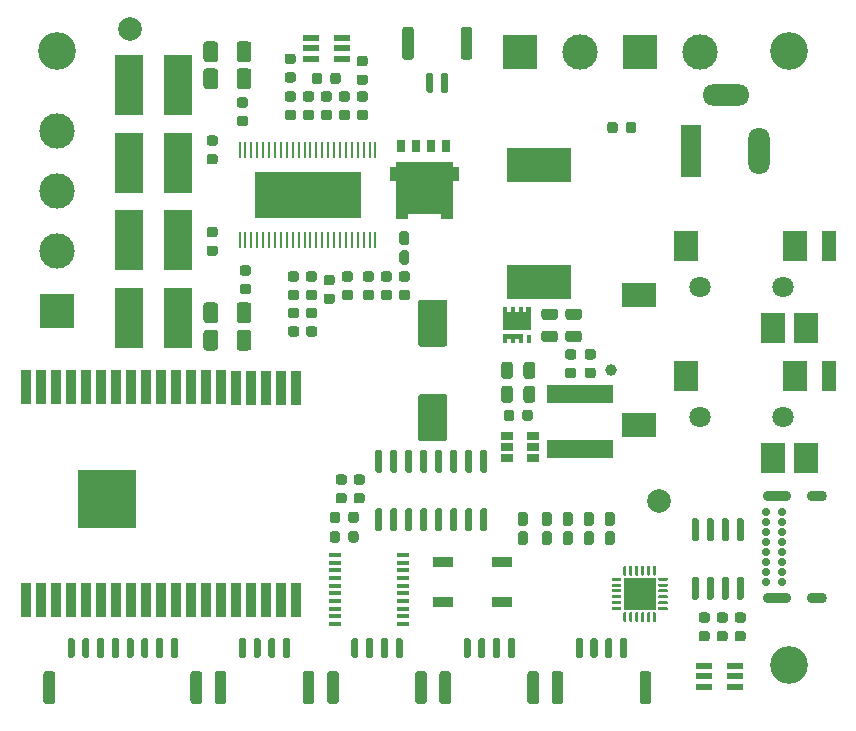
<source format=gbr>
G04 #@! TF.GenerationSoftware,KiCad,Pcbnew,(5.1.9)-1*
G04 #@! TF.CreationDate,2021-01-16T17:43:42+01:00*
G04 #@! TF.ProjectId,musical-box,6d757369-6361-46c2-9d62-6f782e6b6963,rev?*
G04 #@! TF.SameCoordinates,Original*
G04 #@! TF.FileFunction,Soldermask,Top*
G04 #@! TF.FilePolarity,Negative*
%FSLAX46Y46*%
G04 Gerber Fmt 4.6, Leading zero omitted, Abs format (unit mm)*
G04 Created by KiCad (PCBNEW (5.1.9)-1) date 2021-01-16 17:43:42*
%MOMM*%
%LPD*%
G01*
G04 APERTURE LIST*
%ADD10C,0.010000*%
%ADD11C,1.800000*%
%ADD12R,2.000000X2.500000*%
%ADD13R,2.900000X2.000000*%
%ADD14R,1.200000X2.500000*%
%ADD15C,0.600000*%
%ADD16R,0.270000X1.461200*%
%ADD17R,9.000000X3.900000*%
%ADD18C,0.800000*%
%ADD19R,5.000000X5.000000*%
%ADD20R,0.900000X3.000000*%
%ADD21C,0.100000*%
%ADD22R,0.350000X0.800000*%
%ADD23C,3.000000*%
%ADD24R,3.000000X3.000000*%
%ADD25C,1.000000*%
%ADD26R,1.700000X0.900000*%
%ADD27R,1.432000X0.622000*%
%ADD28R,1.432000X0.500000*%
%ADD29O,1.700000X0.900000*%
%ADD30O,2.400000X0.900000*%
%ADD31C,0.700000*%
%ADD32R,0.750000X1.000000*%
%ADD33R,5.400000X2.900000*%
%ADD34R,2.350000X5.100000*%
%ADD35C,3.200000*%
%ADD36R,1.000000X0.400000*%
%ADD37R,1.060000X0.650000*%
%ADD38R,2.700000X2.700000*%
%ADD39R,5.700000X1.600000*%
%ADD40R,1.800000X4.400000*%
%ADD41O,1.800000X4.000000*%
%ADD42O,4.000000X1.800000*%
%ADD43C,2.000000*%
G04 APERTURE END LIST*
D10*
G36*
X382672000Y-138422500D02*
G01*
X387432000Y-138422500D01*
X387432000Y-138847500D01*
X387927000Y-138847500D01*
X387927000Y-139952500D01*
X387432000Y-139952500D01*
X387432000Y-143152500D01*
X386482000Y-143152500D01*
X386482000Y-142677500D01*
X383622000Y-142677500D01*
X383622000Y-143152500D01*
X382672000Y-143152500D01*
X382672000Y-139952500D01*
X382177000Y-139952500D01*
X382177000Y-138847500D01*
X382672000Y-138847500D01*
X382672000Y-138422500D01*
G37*
X382672000Y-138422500D02*
X387432000Y-138422500D01*
X387432000Y-138847500D01*
X387927000Y-138847500D01*
X387927000Y-139952500D01*
X387432000Y-139952500D01*
X387432000Y-143152500D01*
X386482000Y-143152500D01*
X386482000Y-142677500D01*
X383622000Y-142677500D01*
X383622000Y-143152500D01*
X382672000Y-143152500D01*
X382672000Y-139952500D01*
X382177000Y-139952500D01*
X382177000Y-138847500D01*
X382672000Y-138847500D01*
X382672000Y-138422500D01*
G36*
G01*
X373493000Y-134065000D02*
X374043000Y-134065000D01*
G75*
G02*
X374243000Y-134265000I0J-200000D01*
G01*
X374243000Y-134665000D01*
G75*
G02*
X374043000Y-134865000I-200000J0D01*
G01*
X373493000Y-134865000D01*
G75*
G02*
X373293000Y-134665000I0J200000D01*
G01*
X373293000Y-134265000D01*
G75*
G02*
X373493000Y-134065000I200000J0D01*
G01*
G37*
G36*
G01*
X373493000Y-132415000D02*
X374043000Y-132415000D01*
G75*
G02*
X374243000Y-132615000I0J-200000D01*
G01*
X374243000Y-133015000D01*
G75*
G02*
X374043000Y-133215000I-200000J0D01*
G01*
X373493000Y-133215000D01*
G75*
G02*
X373293000Y-133015000I0J200000D01*
G01*
X373293000Y-132615000D01*
G75*
G02*
X373493000Y-132415000I200000J0D01*
G01*
G37*
D11*
X408451600Y-160000000D03*
X415451600Y-160000000D03*
D12*
X417451600Y-163450000D03*
X407251600Y-156550000D03*
D13*
X403301600Y-160650000D03*
D12*
X414651600Y-163450000D03*
X416451600Y-156550000D03*
D14*
X419351600Y-156550000D03*
D11*
X408451600Y-149000000D03*
X415451600Y-149000000D03*
D12*
X417451600Y-152450000D03*
X407251600Y-145550000D03*
D13*
X403301600Y-149650000D03*
D12*
X414651600Y-152450000D03*
X416451600Y-145550000D03*
D14*
X419351600Y-145550000D03*
D15*
X379115800Y-141196500D03*
X379115800Y-142496500D03*
X379115800Y-139896500D03*
X377815800Y-141196500D03*
X377815800Y-142496500D03*
X377815800Y-139896500D03*
X376515800Y-141196500D03*
X376515800Y-142496500D03*
X376515800Y-139896500D03*
X375215800Y-141196500D03*
X375215800Y-142496500D03*
X375215800Y-139896500D03*
X373915800Y-141196500D03*
X373915800Y-142496500D03*
X373915800Y-139896500D03*
X372615800Y-141196500D03*
X372615800Y-142496500D03*
X372615800Y-139896500D03*
D16*
X369465801Y-144971501D03*
X369965800Y-144971501D03*
X370465799Y-144971501D03*
X370965801Y-144971501D03*
X371465800Y-144971501D03*
X371965799Y-144971501D03*
X372465800Y-144971501D03*
X372965799Y-144971501D03*
X373465801Y-144971501D03*
X373965800Y-144971501D03*
X374465799Y-144971501D03*
X374965800Y-144971501D03*
X375465800Y-144971501D03*
X375965801Y-144971501D03*
X376465800Y-144971501D03*
X376965799Y-144971501D03*
X377465801Y-144971501D03*
X377965800Y-144971501D03*
X378465801Y-144971501D03*
X378965800Y-144971501D03*
X379465799Y-144971501D03*
X379965801Y-144971501D03*
X380465800Y-144971501D03*
X380965801Y-144971501D03*
X380965799Y-137421499D03*
X380465800Y-137421499D03*
X379965801Y-137421499D03*
X379465799Y-137421499D03*
X378965800Y-137421499D03*
X378465799Y-137421499D03*
X377965800Y-137421499D03*
X377465801Y-137421499D03*
X376965799Y-137421499D03*
X376465800Y-137421499D03*
X375965798Y-137421499D03*
X375465800Y-137421499D03*
X374965800Y-137421499D03*
X374465799Y-137421499D03*
X373965800Y-137421499D03*
X373465801Y-137421499D03*
X372965799Y-137421499D03*
X372465800Y-137421499D03*
X371965799Y-137421499D03*
X371465800Y-137421499D03*
X370965801Y-137421499D03*
X370465799Y-137421499D03*
X369965800Y-137421499D03*
X369465799Y-137421499D03*
D17*
X375215800Y-141196500D03*
D15*
X371315800Y-142496500D03*
X371315800Y-141196500D03*
X371315800Y-139896500D03*
D18*
X357567000Y-166304000D03*
X360167000Y-166304000D03*
X358867000Y-166304000D03*
X356267000Y-166304000D03*
X358867000Y-165004000D03*
X357567000Y-165004000D03*
X360167000Y-165004000D03*
X356267000Y-165004000D03*
X357567000Y-167604000D03*
X360167000Y-167604000D03*
X358867000Y-167604000D03*
X356267000Y-167604000D03*
X360167000Y-168904000D03*
X358867000Y-168904000D03*
X357567000Y-168904000D03*
X356267000Y-168904000D03*
D19*
X358277000Y-166904000D03*
D20*
X351357000Y-175504000D03*
X352627000Y-175504000D03*
X353897000Y-175504000D03*
X355167000Y-175504000D03*
X356437000Y-175504000D03*
X357707000Y-175504000D03*
X358977000Y-175504000D03*
X360247000Y-175504000D03*
X361517000Y-175504000D03*
X362787000Y-175504000D03*
X364057000Y-175504000D03*
X365327000Y-175504000D03*
X366597000Y-175504000D03*
X367867000Y-175504000D03*
X369167000Y-175504000D03*
X370437000Y-175504000D03*
X371707000Y-175504000D03*
X372977000Y-175504000D03*
X374247000Y-175504000D03*
X374247000Y-157504000D03*
X372977000Y-157504000D03*
X371707000Y-157504000D03*
X370437000Y-157504000D03*
X369167000Y-157504000D03*
X367867000Y-157474000D03*
X366597000Y-157474000D03*
X365327000Y-157474000D03*
X364057000Y-157474000D03*
X362787000Y-157474000D03*
X361517000Y-157474000D03*
X360247000Y-157474000D03*
X358977000Y-157474000D03*
X357707000Y-157474000D03*
X356437000Y-157474000D03*
X355167000Y-157474000D03*
X353897000Y-157474000D03*
X352627000Y-157474000D03*
X351357000Y-157474000D03*
D21*
G36*
X392096000Y-150715000D02*
G01*
X392096000Y-151065000D01*
X392416000Y-151065000D01*
X392416000Y-150715000D01*
X392766000Y-150715000D01*
X392766000Y-151065000D01*
X393086000Y-151065000D01*
X393086000Y-150715000D01*
X393436000Y-150715000D01*
X393436000Y-151065000D01*
X393756000Y-151065000D01*
X393756000Y-150715000D01*
X394106000Y-150715000D01*
X394106000Y-152615000D01*
X391746000Y-152615000D01*
X391746000Y-150715000D01*
X392096000Y-150715000D01*
G37*
G36*
X393431000Y-152965000D02*
G01*
X393431000Y-153765000D01*
X393081000Y-153765000D01*
X393081000Y-153415000D01*
X392761000Y-153415000D01*
X392761000Y-153765000D01*
X392411000Y-153765000D01*
X392411000Y-153415000D01*
X392091000Y-153415000D01*
X392091000Y-153765000D01*
X391751000Y-153765000D01*
X391751000Y-152965000D01*
X393431000Y-152965000D01*
G37*
D22*
X393931000Y-153365000D03*
G36*
G01*
X388170000Y-129505000D02*
X388170000Y-127205000D01*
G75*
G02*
X388420000Y-126955000I250000J0D01*
G01*
X388920000Y-126955000D01*
G75*
G02*
X389170000Y-127205000I0J-250000D01*
G01*
X389170000Y-129505000D01*
G75*
G02*
X388920000Y-129755000I-250000J0D01*
G01*
X388420000Y-129755000D01*
G75*
G02*
X388170000Y-129505000I0J250000D01*
G01*
G37*
G36*
G01*
X383220000Y-129505000D02*
X383220000Y-127205000D01*
G75*
G02*
X383470000Y-126955000I250000J0D01*
G01*
X383970000Y-126955000D01*
G75*
G02*
X384220000Y-127205000I0J-250000D01*
G01*
X384220000Y-129505000D01*
G75*
G02*
X383970000Y-129755000I-250000J0D01*
G01*
X383470000Y-129755000D01*
G75*
G02*
X383220000Y-129505000I0J250000D01*
G01*
G37*
G36*
G01*
X386520000Y-132405000D02*
X386520000Y-131005000D01*
G75*
G02*
X386670000Y-130855000I150000J0D01*
G01*
X386970000Y-130855000D01*
G75*
G02*
X387120000Y-131005000I0J-150000D01*
G01*
X387120000Y-132405000D01*
G75*
G02*
X386970000Y-132555000I-150000J0D01*
G01*
X386670000Y-132555000D01*
G75*
G02*
X386520000Y-132405000I0J150000D01*
G01*
G37*
G36*
G01*
X385270000Y-132405000D02*
X385270000Y-131005000D01*
G75*
G02*
X385420000Y-130855000I150000J0D01*
G01*
X385720000Y-130855000D01*
G75*
G02*
X385870000Y-131005000I0J-150000D01*
G01*
X385870000Y-132405000D01*
G75*
G02*
X385720000Y-132555000I-150000J0D01*
G01*
X385420000Y-132555000D01*
G75*
G02*
X385270000Y-132405000I0J150000D01*
G01*
G37*
D23*
X398260000Y-129120000D03*
D24*
X393180000Y-129120000D03*
G36*
G01*
X383625500Y-145469000D02*
X383200500Y-145469000D01*
G75*
G02*
X382988000Y-145256500I0J212500D01*
G01*
X382988000Y-144456500D01*
G75*
G02*
X383200500Y-144244000I212500J0D01*
G01*
X383625500Y-144244000D01*
G75*
G02*
X383838000Y-144456500I0J-212500D01*
G01*
X383838000Y-145256500D01*
G75*
G02*
X383625500Y-145469000I-212500J0D01*
G01*
G37*
G36*
G01*
X383625500Y-147094000D02*
X383200500Y-147094000D01*
G75*
G02*
X382988000Y-146881500I0J212500D01*
G01*
X382988000Y-146081500D01*
G75*
G02*
X383200500Y-145869000I212500J0D01*
G01*
X383625500Y-145869000D01*
G75*
G02*
X383838000Y-146081500I0J-212500D01*
G01*
X383838000Y-146881500D01*
G75*
G02*
X383625500Y-147094000I-212500J0D01*
G01*
G37*
G36*
G01*
X384814000Y-158044000D02*
X386814000Y-158044000D01*
G75*
G02*
X387064000Y-158294000I0J-250000D01*
G01*
X387064000Y-161794000D01*
G75*
G02*
X386814000Y-162044000I-250000J0D01*
G01*
X384814000Y-162044000D01*
G75*
G02*
X384564000Y-161794000I0J250000D01*
G01*
X384564000Y-158294000D01*
G75*
G02*
X384814000Y-158044000I250000J0D01*
G01*
G37*
G36*
G01*
X384814000Y-150044000D02*
X386814000Y-150044000D01*
G75*
G02*
X387064000Y-150294000I0J-250000D01*
G01*
X387064000Y-153794000D01*
G75*
G02*
X386814000Y-154044000I-250000J0D01*
G01*
X384814000Y-154044000D01*
G75*
G02*
X384564000Y-153794000I0J250000D01*
G01*
X384564000Y-150294000D01*
G75*
G02*
X384814000Y-150044000I250000J0D01*
G01*
G37*
G36*
G01*
X393403000Y-160110250D02*
X393403000Y-159597750D01*
G75*
G02*
X393621750Y-159379000I218750J0D01*
G01*
X394059250Y-159379000D01*
G75*
G02*
X394278000Y-159597750I0J-218750D01*
G01*
X394278000Y-160110250D01*
G75*
G02*
X394059250Y-160329000I-218750J0D01*
G01*
X393621750Y-160329000D01*
G75*
G02*
X393403000Y-160110250I0J218750D01*
G01*
G37*
G36*
G01*
X391828000Y-160110250D02*
X391828000Y-159597750D01*
G75*
G02*
X392046750Y-159379000I218750J0D01*
G01*
X392484250Y-159379000D01*
G75*
G02*
X392703000Y-159597750I0J-218750D01*
G01*
X392703000Y-160110250D01*
G75*
G02*
X392484250Y-160329000I-218750J0D01*
G01*
X392046750Y-160329000D01*
G75*
G02*
X391828000Y-160110250I0J218750D01*
G01*
G37*
D25*
X400927000Y-156044000D03*
G36*
G01*
X393503000Y-158551000D02*
X393503000Y-157601000D01*
G75*
G02*
X393753000Y-157351000I250000J0D01*
G01*
X394253000Y-157351000D01*
G75*
G02*
X394503000Y-157601000I0J-250000D01*
G01*
X394503000Y-158551000D01*
G75*
G02*
X394253000Y-158801000I-250000J0D01*
G01*
X393753000Y-158801000D01*
G75*
G02*
X393503000Y-158551000I0J250000D01*
G01*
G37*
G36*
G01*
X391603000Y-158551000D02*
X391603000Y-157601000D01*
G75*
G02*
X391853000Y-157351000I250000J0D01*
G01*
X392353000Y-157351000D01*
G75*
G02*
X392603000Y-157601000I0J-250000D01*
G01*
X392603000Y-158551000D01*
G75*
G02*
X392353000Y-158801000I-250000J0D01*
G01*
X391853000Y-158801000D01*
G75*
G02*
X391603000Y-158551000I0J250000D01*
G01*
G37*
G36*
G01*
X393503000Y-156519000D02*
X393503000Y-155569000D01*
G75*
G02*
X393753000Y-155319000I250000J0D01*
G01*
X394253000Y-155319000D01*
G75*
G02*
X394503000Y-155569000I0J-250000D01*
G01*
X394503000Y-156519000D01*
G75*
G02*
X394253000Y-156769000I-250000J0D01*
G01*
X393753000Y-156769000D01*
G75*
G02*
X393503000Y-156519000I0J250000D01*
G01*
G37*
G36*
G01*
X391603000Y-156519000D02*
X391603000Y-155569000D01*
G75*
G02*
X391853000Y-155319000I250000J0D01*
G01*
X392353000Y-155319000D01*
G75*
G02*
X392603000Y-155569000I0J-250000D01*
G01*
X392603000Y-156519000D01*
G75*
G02*
X392353000Y-156769000I-250000J0D01*
G01*
X391853000Y-156769000D01*
G75*
G02*
X391603000Y-156519000I0J250000D01*
G01*
G37*
G36*
G01*
X395678500Y-169242500D02*
X395253500Y-169242500D01*
G75*
G02*
X395041000Y-169030000I0J212500D01*
G01*
X395041000Y-168230000D01*
G75*
G02*
X395253500Y-168017500I212500J0D01*
G01*
X395678500Y-168017500D01*
G75*
G02*
X395891000Y-168230000I0J-212500D01*
G01*
X395891000Y-169030000D01*
G75*
G02*
X395678500Y-169242500I-212500J0D01*
G01*
G37*
G36*
G01*
X395678500Y-170867500D02*
X395253500Y-170867500D01*
G75*
G02*
X395041000Y-170655000I0J212500D01*
G01*
X395041000Y-169855000D01*
G75*
G02*
X395253500Y-169642500I212500J0D01*
G01*
X395678500Y-169642500D01*
G75*
G02*
X395891000Y-169855000I0J-212500D01*
G01*
X395891000Y-170655000D01*
G75*
G02*
X395678500Y-170867500I-212500J0D01*
G01*
G37*
D26*
X391656000Y-172251000D03*
X391656000Y-175651000D03*
X386703000Y-175651000D03*
X386703000Y-172251000D03*
D27*
X411375000Y-181068000D03*
D28*
X411375000Y-181952000D03*
D27*
X411375000Y-182836000D03*
X408767000Y-182836000D03*
D28*
X408767000Y-181952000D03*
D27*
X408767000Y-181068000D03*
D29*
X418380000Y-166700000D03*
X418380000Y-175350000D03*
D30*
X415000000Y-166700000D03*
X415000000Y-175350000D03*
D31*
X415370000Y-170600000D03*
X415370000Y-168050000D03*
X415370000Y-168900000D03*
X415370000Y-169750000D03*
X415370000Y-174000000D03*
X415370000Y-172300000D03*
X415370000Y-171450000D03*
X415370000Y-173150000D03*
X414020000Y-168050000D03*
X414020000Y-168900000D03*
X414020000Y-169750000D03*
X414020000Y-170600000D03*
X414020000Y-171450000D03*
X414020000Y-172300000D03*
X414020000Y-173150000D03*
X414020000Y-174000000D03*
D23*
X354000000Y-135760000D03*
D24*
X354000000Y-151000000D03*
D23*
X354000000Y-140840000D03*
X354000000Y-145920000D03*
G36*
G01*
X408201000Y-170507000D02*
X407901000Y-170507000D01*
G75*
G02*
X407751000Y-170357000I0J150000D01*
G01*
X407751000Y-168707000D01*
G75*
G02*
X407901000Y-168557000I150000J0D01*
G01*
X408201000Y-168557000D01*
G75*
G02*
X408351000Y-168707000I0J-150000D01*
G01*
X408351000Y-170357000D01*
G75*
G02*
X408201000Y-170507000I-150000J0D01*
G01*
G37*
G36*
G01*
X409471000Y-170507000D02*
X409171000Y-170507000D01*
G75*
G02*
X409021000Y-170357000I0J150000D01*
G01*
X409021000Y-168707000D01*
G75*
G02*
X409171000Y-168557000I150000J0D01*
G01*
X409471000Y-168557000D01*
G75*
G02*
X409621000Y-168707000I0J-150000D01*
G01*
X409621000Y-170357000D01*
G75*
G02*
X409471000Y-170507000I-150000J0D01*
G01*
G37*
G36*
G01*
X410741000Y-170507000D02*
X410441000Y-170507000D01*
G75*
G02*
X410291000Y-170357000I0J150000D01*
G01*
X410291000Y-168707000D01*
G75*
G02*
X410441000Y-168557000I150000J0D01*
G01*
X410741000Y-168557000D01*
G75*
G02*
X410891000Y-168707000I0J-150000D01*
G01*
X410891000Y-170357000D01*
G75*
G02*
X410741000Y-170507000I-150000J0D01*
G01*
G37*
G36*
G01*
X412011000Y-170507000D02*
X411711000Y-170507000D01*
G75*
G02*
X411561000Y-170357000I0J150000D01*
G01*
X411561000Y-168707000D01*
G75*
G02*
X411711000Y-168557000I150000J0D01*
G01*
X412011000Y-168557000D01*
G75*
G02*
X412161000Y-168707000I0J-150000D01*
G01*
X412161000Y-170357000D01*
G75*
G02*
X412011000Y-170507000I-150000J0D01*
G01*
G37*
G36*
G01*
X412011000Y-175457000D02*
X411711000Y-175457000D01*
G75*
G02*
X411561000Y-175307000I0J150000D01*
G01*
X411561000Y-173657000D01*
G75*
G02*
X411711000Y-173507000I150000J0D01*
G01*
X412011000Y-173507000D01*
G75*
G02*
X412161000Y-173657000I0J-150000D01*
G01*
X412161000Y-175307000D01*
G75*
G02*
X412011000Y-175457000I-150000J0D01*
G01*
G37*
G36*
G01*
X410741000Y-175457000D02*
X410441000Y-175457000D01*
G75*
G02*
X410291000Y-175307000I0J150000D01*
G01*
X410291000Y-173657000D01*
G75*
G02*
X410441000Y-173507000I150000J0D01*
G01*
X410741000Y-173507000D01*
G75*
G02*
X410891000Y-173657000I0J-150000D01*
G01*
X410891000Y-175307000D01*
G75*
G02*
X410741000Y-175457000I-150000J0D01*
G01*
G37*
G36*
G01*
X409471000Y-175457000D02*
X409171000Y-175457000D01*
G75*
G02*
X409021000Y-175307000I0J150000D01*
G01*
X409021000Y-173657000D01*
G75*
G02*
X409171000Y-173507000I150000J0D01*
G01*
X409471000Y-173507000D01*
G75*
G02*
X409621000Y-173657000I0J-150000D01*
G01*
X409621000Y-175307000D01*
G75*
G02*
X409471000Y-175457000I-150000J0D01*
G01*
G37*
G36*
G01*
X408201000Y-175457000D02*
X407901000Y-175457000D01*
G75*
G02*
X407751000Y-175307000I0J150000D01*
G01*
X407751000Y-173657000D01*
G75*
G02*
X407901000Y-173507000I150000J0D01*
G01*
X408201000Y-173507000D01*
G75*
G02*
X408351000Y-173657000I0J-150000D01*
G01*
X408351000Y-175307000D01*
G75*
G02*
X408201000Y-175457000I-150000J0D01*
G01*
G37*
D32*
X386957000Y-137057500D03*
X383147000Y-137057500D03*
X385687000Y-137057500D03*
X384417000Y-137057500D03*
G36*
G01*
X353850000Y-181750000D02*
X353850000Y-184050000D01*
G75*
G02*
X353600000Y-184300000I-250000J0D01*
G01*
X353100000Y-184300000D01*
G75*
G02*
X352850000Y-184050000I0J250000D01*
G01*
X352850000Y-181750000D01*
G75*
G02*
X353100000Y-181500000I250000J0D01*
G01*
X353600000Y-181500000D01*
G75*
G02*
X353850000Y-181750000I0J-250000D01*
G01*
G37*
G36*
G01*
X366300000Y-181750000D02*
X366300000Y-184050000D01*
G75*
G02*
X366050000Y-184300000I-250000J0D01*
G01*
X365550000Y-184300000D01*
G75*
G02*
X365300000Y-184050000I0J250000D01*
G01*
X365300000Y-181750000D01*
G75*
G02*
X365550000Y-181500000I250000J0D01*
G01*
X366050000Y-181500000D01*
G75*
G02*
X366300000Y-181750000I0J-250000D01*
G01*
G37*
G36*
G01*
X355500000Y-178850000D02*
X355500000Y-180250000D01*
G75*
G02*
X355350000Y-180400000I-150000J0D01*
G01*
X355050000Y-180400000D01*
G75*
G02*
X354900000Y-180250000I0J150000D01*
G01*
X354900000Y-178850000D01*
G75*
G02*
X355050000Y-178700000I150000J0D01*
G01*
X355350000Y-178700000D01*
G75*
G02*
X355500000Y-178850000I0J-150000D01*
G01*
G37*
G36*
G01*
X356750000Y-178850000D02*
X356750000Y-180250000D01*
G75*
G02*
X356600000Y-180400000I-150000J0D01*
G01*
X356300000Y-180400000D01*
G75*
G02*
X356150000Y-180250000I0J150000D01*
G01*
X356150000Y-178850000D01*
G75*
G02*
X356300000Y-178700000I150000J0D01*
G01*
X356600000Y-178700000D01*
G75*
G02*
X356750000Y-178850000I0J-150000D01*
G01*
G37*
G36*
G01*
X358000000Y-178850000D02*
X358000000Y-180250000D01*
G75*
G02*
X357850000Y-180400000I-150000J0D01*
G01*
X357550000Y-180400000D01*
G75*
G02*
X357400000Y-180250000I0J150000D01*
G01*
X357400000Y-178850000D01*
G75*
G02*
X357550000Y-178700000I150000J0D01*
G01*
X357850000Y-178700000D01*
G75*
G02*
X358000000Y-178850000I0J-150000D01*
G01*
G37*
G36*
G01*
X359250000Y-178850000D02*
X359250000Y-180250000D01*
G75*
G02*
X359100000Y-180400000I-150000J0D01*
G01*
X358800000Y-180400000D01*
G75*
G02*
X358650000Y-180250000I0J150000D01*
G01*
X358650000Y-178850000D01*
G75*
G02*
X358800000Y-178700000I150000J0D01*
G01*
X359100000Y-178700000D01*
G75*
G02*
X359250000Y-178850000I0J-150000D01*
G01*
G37*
G36*
G01*
X360500000Y-178850000D02*
X360500000Y-180250000D01*
G75*
G02*
X360350000Y-180400000I-150000J0D01*
G01*
X360050000Y-180400000D01*
G75*
G02*
X359900000Y-180250000I0J150000D01*
G01*
X359900000Y-178850000D01*
G75*
G02*
X360050000Y-178700000I150000J0D01*
G01*
X360350000Y-178700000D01*
G75*
G02*
X360500000Y-178850000I0J-150000D01*
G01*
G37*
G36*
G01*
X361750000Y-178850000D02*
X361750000Y-180250000D01*
G75*
G02*
X361600000Y-180400000I-150000J0D01*
G01*
X361300000Y-180400000D01*
G75*
G02*
X361150000Y-180250000I0J150000D01*
G01*
X361150000Y-178850000D01*
G75*
G02*
X361300000Y-178700000I150000J0D01*
G01*
X361600000Y-178700000D01*
G75*
G02*
X361750000Y-178850000I0J-150000D01*
G01*
G37*
G36*
G01*
X363000000Y-178850000D02*
X363000000Y-180250000D01*
G75*
G02*
X362850000Y-180400000I-150000J0D01*
G01*
X362550000Y-180400000D01*
G75*
G02*
X362400000Y-180250000I0J150000D01*
G01*
X362400000Y-178850000D01*
G75*
G02*
X362550000Y-178700000I150000J0D01*
G01*
X362850000Y-178700000D01*
G75*
G02*
X363000000Y-178850000I0J-150000D01*
G01*
G37*
G36*
G01*
X364250000Y-178850000D02*
X364250000Y-180250000D01*
G75*
G02*
X364100000Y-180400000I-150000J0D01*
G01*
X363800000Y-180400000D01*
G75*
G02*
X363650000Y-180250000I0J150000D01*
G01*
X363650000Y-178850000D01*
G75*
G02*
X363800000Y-178700000I150000J0D01*
G01*
X364100000Y-178700000D01*
G75*
G02*
X364250000Y-178850000I0J-150000D01*
G01*
G37*
D27*
X375493000Y-129672500D03*
D28*
X375493000Y-128788500D03*
D27*
X375493000Y-127904500D03*
X378101000Y-127904500D03*
D28*
X378101000Y-128788500D03*
D27*
X378101000Y-129672500D03*
D33*
X394831000Y-148548000D03*
X394831000Y-138648000D03*
D34*
X360117000Y-131846000D03*
X364267000Y-131846000D03*
X360117000Y-138450000D03*
X364267000Y-138450000D03*
X360125000Y-145000000D03*
X364275000Y-145000000D03*
X360117000Y-151600000D03*
X364267000Y-151600000D03*
D35*
X416000000Y-181000000D03*
D36*
X383326000Y-171661000D03*
X383326000Y-172311000D03*
X383326000Y-172961000D03*
X383326000Y-173611000D03*
X383326000Y-174261000D03*
X383326000Y-174911000D03*
X383326000Y-175561000D03*
X383326000Y-176211000D03*
X383326000Y-176861000D03*
X383326000Y-177511000D03*
X377526000Y-177511000D03*
X377526000Y-176861000D03*
X377526000Y-176211000D03*
X377526000Y-175561000D03*
X377526000Y-174911000D03*
X377526000Y-174261000D03*
X377526000Y-173611000D03*
X377526000Y-172961000D03*
X377526000Y-172311000D03*
X377526000Y-171661000D03*
G36*
G01*
X381392000Y-164704000D02*
X381092000Y-164704000D01*
G75*
G02*
X380942000Y-164554000I0J150000D01*
G01*
X380942000Y-162904000D01*
G75*
G02*
X381092000Y-162754000I150000J0D01*
G01*
X381392000Y-162754000D01*
G75*
G02*
X381542000Y-162904000I0J-150000D01*
G01*
X381542000Y-164554000D01*
G75*
G02*
X381392000Y-164704000I-150000J0D01*
G01*
G37*
G36*
G01*
X382662000Y-164704000D02*
X382362000Y-164704000D01*
G75*
G02*
X382212000Y-164554000I0J150000D01*
G01*
X382212000Y-162904000D01*
G75*
G02*
X382362000Y-162754000I150000J0D01*
G01*
X382662000Y-162754000D01*
G75*
G02*
X382812000Y-162904000I0J-150000D01*
G01*
X382812000Y-164554000D01*
G75*
G02*
X382662000Y-164704000I-150000J0D01*
G01*
G37*
G36*
G01*
X383932000Y-164704000D02*
X383632000Y-164704000D01*
G75*
G02*
X383482000Y-164554000I0J150000D01*
G01*
X383482000Y-162904000D01*
G75*
G02*
X383632000Y-162754000I150000J0D01*
G01*
X383932000Y-162754000D01*
G75*
G02*
X384082000Y-162904000I0J-150000D01*
G01*
X384082000Y-164554000D01*
G75*
G02*
X383932000Y-164704000I-150000J0D01*
G01*
G37*
G36*
G01*
X385202000Y-164704000D02*
X384902000Y-164704000D01*
G75*
G02*
X384752000Y-164554000I0J150000D01*
G01*
X384752000Y-162904000D01*
G75*
G02*
X384902000Y-162754000I150000J0D01*
G01*
X385202000Y-162754000D01*
G75*
G02*
X385352000Y-162904000I0J-150000D01*
G01*
X385352000Y-164554000D01*
G75*
G02*
X385202000Y-164704000I-150000J0D01*
G01*
G37*
G36*
G01*
X386472000Y-164704000D02*
X386172000Y-164704000D01*
G75*
G02*
X386022000Y-164554000I0J150000D01*
G01*
X386022000Y-162904000D01*
G75*
G02*
X386172000Y-162754000I150000J0D01*
G01*
X386472000Y-162754000D01*
G75*
G02*
X386622000Y-162904000I0J-150000D01*
G01*
X386622000Y-164554000D01*
G75*
G02*
X386472000Y-164704000I-150000J0D01*
G01*
G37*
G36*
G01*
X387742000Y-164704000D02*
X387442000Y-164704000D01*
G75*
G02*
X387292000Y-164554000I0J150000D01*
G01*
X387292000Y-162904000D01*
G75*
G02*
X387442000Y-162754000I150000J0D01*
G01*
X387742000Y-162754000D01*
G75*
G02*
X387892000Y-162904000I0J-150000D01*
G01*
X387892000Y-164554000D01*
G75*
G02*
X387742000Y-164704000I-150000J0D01*
G01*
G37*
G36*
G01*
X389012000Y-164704000D02*
X388712000Y-164704000D01*
G75*
G02*
X388562000Y-164554000I0J150000D01*
G01*
X388562000Y-162904000D01*
G75*
G02*
X388712000Y-162754000I150000J0D01*
G01*
X389012000Y-162754000D01*
G75*
G02*
X389162000Y-162904000I0J-150000D01*
G01*
X389162000Y-164554000D01*
G75*
G02*
X389012000Y-164704000I-150000J0D01*
G01*
G37*
G36*
G01*
X390282000Y-164704000D02*
X389982000Y-164704000D01*
G75*
G02*
X389832000Y-164554000I0J150000D01*
G01*
X389832000Y-162904000D01*
G75*
G02*
X389982000Y-162754000I150000J0D01*
G01*
X390282000Y-162754000D01*
G75*
G02*
X390432000Y-162904000I0J-150000D01*
G01*
X390432000Y-164554000D01*
G75*
G02*
X390282000Y-164704000I-150000J0D01*
G01*
G37*
G36*
G01*
X390282000Y-169654000D02*
X389982000Y-169654000D01*
G75*
G02*
X389832000Y-169504000I0J150000D01*
G01*
X389832000Y-167854000D01*
G75*
G02*
X389982000Y-167704000I150000J0D01*
G01*
X390282000Y-167704000D01*
G75*
G02*
X390432000Y-167854000I0J-150000D01*
G01*
X390432000Y-169504000D01*
G75*
G02*
X390282000Y-169654000I-150000J0D01*
G01*
G37*
G36*
G01*
X389012000Y-169654000D02*
X388712000Y-169654000D01*
G75*
G02*
X388562000Y-169504000I0J150000D01*
G01*
X388562000Y-167854000D01*
G75*
G02*
X388712000Y-167704000I150000J0D01*
G01*
X389012000Y-167704000D01*
G75*
G02*
X389162000Y-167854000I0J-150000D01*
G01*
X389162000Y-169504000D01*
G75*
G02*
X389012000Y-169654000I-150000J0D01*
G01*
G37*
G36*
G01*
X387742000Y-169654000D02*
X387442000Y-169654000D01*
G75*
G02*
X387292000Y-169504000I0J150000D01*
G01*
X387292000Y-167854000D01*
G75*
G02*
X387442000Y-167704000I150000J0D01*
G01*
X387742000Y-167704000D01*
G75*
G02*
X387892000Y-167854000I0J-150000D01*
G01*
X387892000Y-169504000D01*
G75*
G02*
X387742000Y-169654000I-150000J0D01*
G01*
G37*
G36*
G01*
X386472000Y-169654000D02*
X386172000Y-169654000D01*
G75*
G02*
X386022000Y-169504000I0J150000D01*
G01*
X386022000Y-167854000D01*
G75*
G02*
X386172000Y-167704000I150000J0D01*
G01*
X386472000Y-167704000D01*
G75*
G02*
X386622000Y-167854000I0J-150000D01*
G01*
X386622000Y-169504000D01*
G75*
G02*
X386472000Y-169654000I-150000J0D01*
G01*
G37*
G36*
G01*
X385202000Y-169654000D02*
X384902000Y-169654000D01*
G75*
G02*
X384752000Y-169504000I0J150000D01*
G01*
X384752000Y-167854000D01*
G75*
G02*
X384902000Y-167704000I150000J0D01*
G01*
X385202000Y-167704000D01*
G75*
G02*
X385352000Y-167854000I0J-150000D01*
G01*
X385352000Y-169504000D01*
G75*
G02*
X385202000Y-169654000I-150000J0D01*
G01*
G37*
G36*
G01*
X383932000Y-169654000D02*
X383632000Y-169654000D01*
G75*
G02*
X383482000Y-169504000I0J150000D01*
G01*
X383482000Y-167854000D01*
G75*
G02*
X383632000Y-167704000I150000J0D01*
G01*
X383932000Y-167704000D01*
G75*
G02*
X384082000Y-167854000I0J-150000D01*
G01*
X384082000Y-169504000D01*
G75*
G02*
X383932000Y-169654000I-150000J0D01*
G01*
G37*
G36*
G01*
X382662000Y-169654000D02*
X382362000Y-169654000D01*
G75*
G02*
X382212000Y-169504000I0J150000D01*
G01*
X382212000Y-167854000D01*
G75*
G02*
X382362000Y-167704000I150000J0D01*
G01*
X382662000Y-167704000D01*
G75*
G02*
X382812000Y-167854000I0J-150000D01*
G01*
X382812000Y-169504000D01*
G75*
G02*
X382662000Y-169654000I-150000J0D01*
G01*
G37*
G36*
G01*
X381392000Y-169654000D02*
X381092000Y-169654000D01*
G75*
G02*
X380942000Y-169504000I0J150000D01*
G01*
X380942000Y-167854000D01*
G75*
G02*
X381092000Y-167704000I150000J0D01*
G01*
X381392000Y-167704000D01*
G75*
G02*
X381542000Y-167854000I0J-150000D01*
G01*
X381542000Y-169504000D01*
G75*
G02*
X381392000Y-169654000I-150000J0D01*
G01*
G37*
D37*
X392080000Y-162521000D03*
X392080000Y-163471000D03*
X392080000Y-161571000D03*
X394280000Y-161571000D03*
X394280000Y-162521000D03*
X394280000Y-163471000D03*
D38*
X403340000Y-174967000D03*
G36*
G01*
X404715000Y-176579500D02*
X404715000Y-177279500D01*
G75*
G02*
X404652500Y-177342000I-62500J0D01*
G01*
X404527500Y-177342000D01*
G75*
G02*
X404465000Y-177279500I0J62500D01*
G01*
X404465000Y-176579500D01*
G75*
G02*
X404527500Y-176517000I62500J0D01*
G01*
X404652500Y-176517000D01*
G75*
G02*
X404715000Y-176579500I0J-62500D01*
G01*
G37*
G36*
G01*
X404215000Y-176579500D02*
X404215000Y-177279500D01*
G75*
G02*
X404152500Y-177342000I-62500J0D01*
G01*
X404027500Y-177342000D01*
G75*
G02*
X403965000Y-177279500I0J62500D01*
G01*
X403965000Y-176579500D01*
G75*
G02*
X404027500Y-176517000I62500J0D01*
G01*
X404152500Y-176517000D01*
G75*
G02*
X404215000Y-176579500I0J-62500D01*
G01*
G37*
G36*
G01*
X403715000Y-176579500D02*
X403715000Y-177279500D01*
G75*
G02*
X403652500Y-177342000I-62500J0D01*
G01*
X403527500Y-177342000D01*
G75*
G02*
X403465000Y-177279500I0J62500D01*
G01*
X403465000Y-176579500D01*
G75*
G02*
X403527500Y-176517000I62500J0D01*
G01*
X403652500Y-176517000D01*
G75*
G02*
X403715000Y-176579500I0J-62500D01*
G01*
G37*
G36*
G01*
X403215000Y-176579500D02*
X403215000Y-177279500D01*
G75*
G02*
X403152500Y-177342000I-62500J0D01*
G01*
X403027500Y-177342000D01*
G75*
G02*
X402965000Y-177279500I0J62500D01*
G01*
X402965000Y-176579500D01*
G75*
G02*
X403027500Y-176517000I62500J0D01*
G01*
X403152500Y-176517000D01*
G75*
G02*
X403215000Y-176579500I0J-62500D01*
G01*
G37*
G36*
G01*
X402715000Y-176579500D02*
X402715000Y-177279500D01*
G75*
G02*
X402652500Y-177342000I-62500J0D01*
G01*
X402527500Y-177342000D01*
G75*
G02*
X402465000Y-177279500I0J62500D01*
G01*
X402465000Y-176579500D01*
G75*
G02*
X402527500Y-176517000I62500J0D01*
G01*
X402652500Y-176517000D01*
G75*
G02*
X402715000Y-176579500I0J-62500D01*
G01*
G37*
G36*
G01*
X402215000Y-176579500D02*
X402215000Y-177279500D01*
G75*
G02*
X402152500Y-177342000I-62500J0D01*
G01*
X402027500Y-177342000D01*
G75*
G02*
X401965000Y-177279500I0J62500D01*
G01*
X401965000Y-176579500D01*
G75*
G02*
X402027500Y-176517000I62500J0D01*
G01*
X402152500Y-176517000D01*
G75*
G02*
X402215000Y-176579500I0J-62500D01*
G01*
G37*
G36*
G01*
X401790000Y-176154500D02*
X401790000Y-176279500D01*
G75*
G02*
X401727500Y-176342000I-62500J0D01*
G01*
X401027500Y-176342000D01*
G75*
G02*
X400965000Y-176279500I0J62500D01*
G01*
X400965000Y-176154500D01*
G75*
G02*
X401027500Y-176092000I62500J0D01*
G01*
X401727500Y-176092000D01*
G75*
G02*
X401790000Y-176154500I0J-62500D01*
G01*
G37*
G36*
G01*
X401790000Y-175654500D02*
X401790000Y-175779500D01*
G75*
G02*
X401727500Y-175842000I-62500J0D01*
G01*
X401027500Y-175842000D01*
G75*
G02*
X400965000Y-175779500I0J62500D01*
G01*
X400965000Y-175654500D01*
G75*
G02*
X401027500Y-175592000I62500J0D01*
G01*
X401727500Y-175592000D01*
G75*
G02*
X401790000Y-175654500I0J-62500D01*
G01*
G37*
G36*
G01*
X401790000Y-175154500D02*
X401790000Y-175279500D01*
G75*
G02*
X401727500Y-175342000I-62500J0D01*
G01*
X401027500Y-175342000D01*
G75*
G02*
X400965000Y-175279500I0J62500D01*
G01*
X400965000Y-175154500D01*
G75*
G02*
X401027500Y-175092000I62500J0D01*
G01*
X401727500Y-175092000D01*
G75*
G02*
X401790000Y-175154500I0J-62500D01*
G01*
G37*
G36*
G01*
X401790000Y-174654500D02*
X401790000Y-174779500D01*
G75*
G02*
X401727500Y-174842000I-62500J0D01*
G01*
X401027500Y-174842000D01*
G75*
G02*
X400965000Y-174779500I0J62500D01*
G01*
X400965000Y-174654500D01*
G75*
G02*
X401027500Y-174592000I62500J0D01*
G01*
X401727500Y-174592000D01*
G75*
G02*
X401790000Y-174654500I0J-62500D01*
G01*
G37*
G36*
G01*
X401790000Y-174154500D02*
X401790000Y-174279500D01*
G75*
G02*
X401727500Y-174342000I-62500J0D01*
G01*
X401027500Y-174342000D01*
G75*
G02*
X400965000Y-174279500I0J62500D01*
G01*
X400965000Y-174154500D01*
G75*
G02*
X401027500Y-174092000I62500J0D01*
G01*
X401727500Y-174092000D01*
G75*
G02*
X401790000Y-174154500I0J-62500D01*
G01*
G37*
G36*
G01*
X401790000Y-173654500D02*
X401790000Y-173779500D01*
G75*
G02*
X401727500Y-173842000I-62500J0D01*
G01*
X401027500Y-173842000D01*
G75*
G02*
X400965000Y-173779500I0J62500D01*
G01*
X400965000Y-173654500D01*
G75*
G02*
X401027500Y-173592000I62500J0D01*
G01*
X401727500Y-173592000D01*
G75*
G02*
X401790000Y-173654500I0J-62500D01*
G01*
G37*
G36*
G01*
X402215000Y-172654500D02*
X402215000Y-173354500D01*
G75*
G02*
X402152500Y-173417000I-62500J0D01*
G01*
X402027500Y-173417000D01*
G75*
G02*
X401965000Y-173354500I0J62500D01*
G01*
X401965000Y-172654500D01*
G75*
G02*
X402027500Y-172592000I62500J0D01*
G01*
X402152500Y-172592000D01*
G75*
G02*
X402215000Y-172654500I0J-62500D01*
G01*
G37*
G36*
G01*
X402715000Y-172654500D02*
X402715000Y-173354500D01*
G75*
G02*
X402652500Y-173417000I-62500J0D01*
G01*
X402527500Y-173417000D01*
G75*
G02*
X402465000Y-173354500I0J62500D01*
G01*
X402465000Y-172654500D01*
G75*
G02*
X402527500Y-172592000I62500J0D01*
G01*
X402652500Y-172592000D01*
G75*
G02*
X402715000Y-172654500I0J-62500D01*
G01*
G37*
G36*
G01*
X403215000Y-172654500D02*
X403215000Y-173354500D01*
G75*
G02*
X403152500Y-173417000I-62500J0D01*
G01*
X403027500Y-173417000D01*
G75*
G02*
X402965000Y-173354500I0J62500D01*
G01*
X402965000Y-172654500D01*
G75*
G02*
X403027500Y-172592000I62500J0D01*
G01*
X403152500Y-172592000D01*
G75*
G02*
X403215000Y-172654500I0J-62500D01*
G01*
G37*
G36*
G01*
X403715000Y-172654500D02*
X403715000Y-173354500D01*
G75*
G02*
X403652500Y-173417000I-62500J0D01*
G01*
X403527500Y-173417000D01*
G75*
G02*
X403465000Y-173354500I0J62500D01*
G01*
X403465000Y-172654500D01*
G75*
G02*
X403527500Y-172592000I62500J0D01*
G01*
X403652500Y-172592000D01*
G75*
G02*
X403715000Y-172654500I0J-62500D01*
G01*
G37*
G36*
G01*
X404215000Y-172654500D02*
X404215000Y-173354500D01*
G75*
G02*
X404152500Y-173417000I-62500J0D01*
G01*
X404027500Y-173417000D01*
G75*
G02*
X403965000Y-173354500I0J62500D01*
G01*
X403965000Y-172654500D01*
G75*
G02*
X404027500Y-172592000I62500J0D01*
G01*
X404152500Y-172592000D01*
G75*
G02*
X404215000Y-172654500I0J-62500D01*
G01*
G37*
G36*
G01*
X404715000Y-172654500D02*
X404715000Y-173354500D01*
G75*
G02*
X404652500Y-173417000I-62500J0D01*
G01*
X404527500Y-173417000D01*
G75*
G02*
X404465000Y-173354500I0J62500D01*
G01*
X404465000Y-172654500D01*
G75*
G02*
X404527500Y-172592000I62500J0D01*
G01*
X404652500Y-172592000D01*
G75*
G02*
X404715000Y-172654500I0J-62500D01*
G01*
G37*
G36*
G01*
X405715000Y-173654500D02*
X405715000Y-173779500D01*
G75*
G02*
X405652500Y-173842000I-62500J0D01*
G01*
X404952500Y-173842000D01*
G75*
G02*
X404890000Y-173779500I0J62500D01*
G01*
X404890000Y-173654500D01*
G75*
G02*
X404952500Y-173592000I62500J0D01*
G01*
X405652500Y-173592000D01*
G75*
G02*
X405715000Y-173654500I0J-62500D01*
G01*
G37*
G36*
G01*
X405715000Y-174154500D02*
X405715000Y-174279500D01*
G75*
G02*
X405652500Y-174342000I-62500J0D01*
G01*
X404952500Y-174342000D01*
G75*
G02*
X404890000Y-174279500I0J62500D01*
G01*
X404890000Y-174154500D01*
G75*
G02*
X404952500Y-174092000I62500J0D01*
G01*
X405652500Y-174092000D01*
G75*
G02*
X405715000Y-174154500I0J-62500D01*
G01*
G37*
G36*
G01*
X405715000Y-174654500D02*
X405715000Y-174779500D01*
G75*
G02*
X405652500Y-174842000I-62500J0D01*
G01*
X404952500Y-174842000D01*
G75*
G02*
X404890000Y-174779500I0J62500D01*
G01*
X404890000Y-174654500D01*
G75*
G02*
X404952500Y-174592000I62500J0D01*
G01*
X405652500Y-174592000D01*
G75*
G02*
X405715000Y-174654500I0J-62500D01*
G01*
G37*
G36*
G01*
X405715000Y-175154500D02*
X405715000Y-175279500D01*
G75*
G02*
X405652500Y-175342000I-62500J0D01*
G01*
X404952500Y-175342000D01*
G75*
G02*
X404890000Y-175279500I0J62500D01*
G01*
X404890000Y-175154500D01*
G75*
G02*
X404952500Y-175092000I62500J0D01*
G01*
X405652500Y-175092000D01*
G75*
G02*
X405715000Y-175154500I0J-62500D01*
G01*
G37*
G36*
G01*
X405715000Y-175654500D02*
X405715000Y-175779500D01*
G75*
G02*
X405652500Y-175842000I-62500J0D01*
G01*
X404952500Y-175842000D01*
G75*
G02*
X404890000Y-175779500I0J62500D01*
G01*
X404890000Y-175654500D01*
G75*
G02*
X404952500Y-175592000I62500J0D01*
G01*
X405652500Y-175592000D01*
G75*
G02*
X405715000Y-175654500I0J-62500D01*
G01*
G37*
G36*
G01*
X405715000Y-176154500D02*
X405715000Y-176279500D01*
G75*
G02*
X405652500Y-176342000I-62500J0D01*
G01*
X404952500Y-176342000D01*
G75*
G02*
X404890000Y-176279500I0J62500D01*
G01*
X404890000Y-176154500D01*
G75*
G02*
X404952500Y-176092000I62500J0D01*
G01*
X405652500Y-176092000D01*
G75*
G02*
X405715000Y-176154500I0J-62500D01*
G01*
G37*
G36*
G01*
X374005250Y-130103500D02*
X373492750Y-130103500D01*
G75*
G02*
X373274000Y-129884750I0J218750D01*
G01*
X373274000Y-129447250D01*
G75*
G02*
X373492750Y-129228500I218750J0D01*
G01*
X374005250Y-129228500D01*
G75*
G02*
X374224000Y-129447250I0J-218750D01*
G01*
X374224000Y-129884750D01*
G75*
G02*
X374005250Y-130103500I-218750J0D01*
G01*
G37*
G36*
G01*
X374005250Y-131678500D02*
X373492750Y-131678500D01*
G75*
G02*
X373274000Y-131459750I0J218750D01*
G01*
X373274000Y-131022250D01*
G75*
G02*
X373492750Y-130803500I218750J0D01*
G01*
X374005250Y-130803500D01*
G75*
G02*
X374224000Y-131022250I0J-218750D01*
G01*
X374224000Y-131459750D01*
G75*
G02*
X374005250Y-131678500I-218750J0D01*
G01*
G37*
G36*
G01*
X373765750Y-149230000D02*
X374278250Y-149230000D01*
G75*
G02*
X374497000Y-149448750I0J-218750D01*
G01*
X374497000Y-149886250D01*
G75*
G02*
X374278250Y-150105000I-218750J0D01*
G01*
X373765750Y-150105000D01*
G75*
G02*
X373547000Y-149886250I0J218750D01*
G01*
X373547000Y-149448750D01*
G75*
G02*
X373765750Y-149230000I218750J0D01*
G01*
G37*
G36*
G01*
X373765750Y-147655000D02*
X374278250Y-147655000D01*
G75*
G02*
X374497000Y-147873750I0J-218750D01*
G01*
X374497000Y-148311250D01*
G75*
G02*
X374278250Y-148530000I-218750J0D01*
G01*
X373765750Y-148530000D01*
G75*
G02*
X373547000Y-148311250I0J218750D01*
G01*
X373547000Y-147873750D01*
G75*
G02*
X373765750Y-147655000I218750J0D01*
G01*
G37*
G36*
G01*
X375814250Y-151603000D02*
X375301750Y-151603000D01*
G75*
G02*
X375083000Y-151384250I0J218750D01*
G01*
X375083000Y-150946750D01*
G75*
G02*
X375301750Y-150728000I218750J0D01*
G01*
X375814250Y-150728000D01*
G75*
G02*
X376033000Y-150946750I0J-218750D01*
G01*
X376033000Y-151384250D01*
G75*
G02*
X375814250Y-151603000I-218750J0D01*
G01*
G37*
G36*
G01*
X375814250Y-153178000D02*
X375301750Y-153178000D01*
G75*
G02*
X375083000Y-152959250I0J218750D01*
G01*
X375083000Y-152521750D01*
G75*
G02*
X375301750Y-152303000I218750J0D01*
G01*
X375814250Y-152303000D01*
G75*
G02*
X376033000Y-152521750I0J-218750D01*
G01*
X376033000Y-152959250D01*
G75*
G02*
X375814250Y-153178000I-218750J0D01*
G01*
G37*
G36*
G01*
X377971000Y-168233750D02*
X377971000Y-168746250D01*
G75*
G02*
X377752250Y-168965000I-218750J0D01*
G01*
X377314750Y-168965000D01*
G75*
G02*
X377096000Y-168746250I0J218750D01*
G01*
X377096000Y-168233750D01*
G75*
G02*
X377314750Y-168015000I218750J0D01*
G01*
X377752250Y-168015000D01*
G75*
G02*
X377971000Y-168233750I0J-218750D01*
G01*
G37*
G36*
G01*
X379546000Y-168233750D02*
X379546000Y-168746250D01*
G75*
G02*
X379327250Y-168965000I-218750J0D01*
G01*
X378889750Y-168965000D01*
G75*
G02*
X378671000Y-168746250I0J218750D01*
G01*
X378671000Y-168233750D01*
G75*
G02*
X378889750Y-168015000I218750J0D01*
G01*
X379327250Y-168015000D01*
G75*
G02*
X379546000Y-168233750I0J-218750D01*
G01*
G37*
G36*
G01*
X409057250Y-177410000D02*
X408544750Y-177410000D01*
G75*
G02*
X408326000Y-177191250I0J218750D01*
G01*
X408326000Y-176753750D01*
G75*
G02*
X408544750Y-176535000I218750J0D01*
G01*
X409057250Y-176535000D01*
G75*
G02*
X409276000Y-176753750I0J-218750D01*
G01*
X409276000Y-177191250D01*
G75*
G02*
X409057250Y-177410000I-218750J0D01*
G01*
G37*
G36*
G01*
X409057250Y-178985000D02*
X408544750Y-178985000D01*
G75*
G02*
X408326000Y-178766250I0J218750D01*
G01*
X408326000Y-178328750D01*
G75*
G02*
X408544750Y-178110000I218750J0D01*
G01*
X409057250Y-178110000D01*
G75*
G02*
X409276000Y-178328750I0J-218750D01*
G01*
X409276000Y-178766250D01*
G75*
G02*
X409057250Y-178985000I-218750J0D01*
G01*
G37*
G36*
G01*
X410068750Y-178110000D02*
X410581250Y-178110000D01*
G75*
G02*
X410800000Y-178328750I0J-218750D01*
G01*
X410800000Y-178766250D01*
G75*
G02*
X410581250Y-178985000I-218750J0D01*
G01*
X410068750Y-178985000D01*
G75*
G02*
X409850000Y-178766250I0J218750D01*
G01*
X409850000Y-178328750D01*
G75*
G02*
X410068750Y-178110000I218750J0D01*
G01*
G37*
G36*
G01*
X410068750Y-176535000D02*
X410581250Y-176535000D01*
G75*
G02*
X410800000Y-176753750I0J-218750D01*
G01*
X410800000Y-177191250D01*
G75*
G02*
X410581250Y-177410000I-218750J0D01*
G01*
X410068750Y-177410000D01*
G75*
G02*
X409850000Y-177191250I0J218750D01*
G01*
X409850000Y-176753750D01*
G75*
G02*
X410068750Y-176535000I218750J0D01*
G01*
G37*
G36*
G01*
X381639750Y-149230000D02*
X382152250Y-149230000D01*
G75*
G02*
X382371000Y-149448750I0J-218750D01*
G01*
X382371000Y-149886250D01*
G75*
G02*
X382152250Y-150105000I-218750J0D01*
G01*
X381639750Y-150105000D01*
G75*
G02*
X381421000Y-149886250I0J218750D01*
G01*
X381421000Y-149448750D01*
G75*
G02*
X381639750Y-149230000I218750J0D01*
G01*
G37*
G36*
G01*
X381639750Y-147655000D02*
X382152250Y-147655000D01*
G75*
G02*
X382371000Y-147873750I0J-218750D01*
G01*
X382371000Y-148311250D01*
G75*
G02*
X382152250Y-148530000I-218750J0D01*
G01*
X381639750Y-148530000D01*
G75*
G02*
X381421000Y-148311250I0J218750D01*
G01*
X381421000Y-147873750D01*
G75*
G02*
X381639750Y-147655000I218750J0D01*
G01*
G37*
G36*
G01*
X380115750Y-149230000D02*
X380628250Y-149230000D01*
G75*
G02*
X380847000Y-149448750I0J-218750D01*
G01*
X380847000Y-149886250D01*
G75*
G02*
X380628250Y-150105000I-218750J0D01*
G01*
X380115750Y-150105000D01*
G75*
G02*
X379897000Y-149886250I0J218750D01*
G01*
X379897000Y-149448750D01*
G75*
G02*
X380115750Y-149230000I218750J0D01*
G01*
G37*
G36*
G01*
X380115750Y-147655000D02*
X380628250Y-147655000D01*
G75*
G02*
X380847000Y-147873750I0J-218750D01*
G01*
X380847000Y-148311250D01*
G75*
G02*
X380628250Y-148530000I-218750J0D01*
G01*
X380115750Y-148530000D01*
G75*
G02*
X379897000Y-148311250I0J218750D01*
G01*
X379897000Y-147873750D01*
G75*
G02*
X380115750Y-147655000I218750J0D01*
G01*
G37*
G36*
G01*
X383163750Y-149230000D02*
X383676250Y-149230000D01*
G75*
G02*
X383895000Y-149448750I0J-218750D01*
G01*
X383895000Y-149886250D01*
G75*
G02*
X383676250Y-150105000I-218750J0D01*
G01*
X383163750Y-150105000D01*
G75*
G02*
X382945000Y-149886250I0J218750D01*
G01*
X382945000Y-149448750D01*
G75*
G02*
X383163750Y-149230000I218750J0D01*
G01*
G37*
G36*
G01*
X383163750Y-147655000D02*
X383676250Y-147655000D01*
G75*
G02*
X383895000Y-147873750I0J-218750D01*
G01*
X383895000Y-148311250D01*
G75*
G02*
X383676250Y-148530000I-218750J0D01*
G01*
X383163750Y-148530000D01*
G75*
G02*
X382945000Y-148311250I0J218750D01*
G01*
X382945000Y-147873750D01*
G75*
G02*
X383163750Y-147655000I218750J0D01*
G01*
G37*
D39*
X398260000Y-158012000D03*
X398260000Y-162712000D03*
G36*
G01*
X377878000Y-181750000D02*
X377878000Y-184050000D01*
G75*
G02*
X377628000Y-184300000I-250000J0D01*
G01*
X377128000Y-184300000D01*
G75*
G02*
X376878000Y-184050000I0J250000D01*
G01*
X376878000Y-181750000D01*
G75*
G02*
X377128000Y-181500000I250000J0D01*
G01*
X377628000Y-181500000D01*
G75*
G02*
X377878000Y-181750000I0J-250000D01*
G01*
G37*
G36*
G01*
X385328000Y-181750000D02*
X385328000Y-184050000D01*
G75*
G02*
X385078000Y-184300000I-250000J0D01*
G01*
X384578000Y-184300000D01*
G75*
G02*
X384328000Y-184050000I0J250000D01*
G01*
X384328000Y-181750000D01*
G75*
G02*
X384578000Y-181500000I250000J0D01*
G01*
X385078000Y-181500000D01*
G75*
G02*
X385328000Y-181750000I0J-250000D01*
G01*
G37*
G36*
G01*
X379528000Y-178850000D02*
X379528000Y-180250000D01*
G75*
G02*
X379378000Y-180400000I-150000J0D01*
G01*
X379078000Y-180400000D01*
G75*
G02*
X378928000Y-180250000I0J150000D01*
G01*
X378928000Y-178850000D01*
G75*
G02*
X379078000Y-178700000I150000J0D01*
G01*
X379378000Y-178700000D01*
G75*
G02*
X379528000Y-178850000I0J-150000D01*
G01*
G37*
G36*
G01*
X380778000Y-178850000D02*
X380778000Y-180250000D01*
G75*
G02*
X380628000Y-180400000I-150000J0D01*
G01*
X380328000Y-180400000D01*
G75*
G02*
X380178000Y-180250000I0J150000D01*
G01*
X380178000Y-178850000D01*
G75*
G02*
X380328000Y-178700000I150000J0D01*
G01*
X380628000Y-178700000D01*
G75*
G02*
X380778000Y-178850000I0J-150000D01*
G01*
G37*
G36*
G01*
X382028000Y-178850000D02*
X382028000Y-180250000D01*
G75*
G02*
X381878000Y-180400000I-150000J0D01*
G01*
X381578000Y-180400000D01*
G75*
G02*
X381428000Y-180250000I0J150000D01*
G01*
X381428000Y-178850000D01*
G75*
G02*
X381578000Y-178700000I150000J0D01*
G01*
X381878000Y-178700000D01*
G75*
G02*
X382028000Y-178850000I0J-150000D01*
G01*
G37*
G36*
G01*
X383278000Y-178850000D02*
X383278000Y-180250000D01*
G75*
G02*
X383128000Y-180400000I-150000J0D01*
G01*
X382828000Y-180400000D01*
G75*
G02*
X382678000Y-180250000I0J150000D01*
G01*
X382678000Y-178850000D01*
G75*
G02*
X382828000Y-178700000I150000J0D01*
G01*
X383128000Y-178700000D01*
G75*
G02*
X383278000Y-178850000I0J-150000D01*
G01*
G37*
G36*
G01*
X396875000Y-181750000D02*
X396875000Y-184050000D01*
G75*
G02*
X396625000Y-184300000I-250000J0D01*
G01*
X396125000Y-184300000D01*
G75*
G02*
X395875000Y-184050000I0J250000D01*
G01*
X395875000Y-181750000D01*
G75*
G02*
X396125000Y-181500000I250000J0D01*
G01*
X396625000Y-181500000D01*
G75*
G02*
X396875000Y-181750000I0J-250000D01*
G01*
G37*
G36*
G01*
X404325000Y-181750000D02*
X404325000Y-184050000D01*
G75*
G02*
X404075000Y-184300000I-250000J0D01*
G01*
X403575000Y-184300000D01*
G75*
G02*
X403325000Y-184050000I0J250000D01*
G01*
X403325000Y-181750000D01*
G75*
G02*
X403575000Y-181500000I250000J0D01*
G01*
X404075000Y-181500000D01*
G75*
G02*
X404325000Y-181750000I0J-250000D01*
G01*
G37*
G36*
G01*
X398525000Y-178850000D02*
X398525000Y-180250000D01*
G75*
G02*
X398375000Y-180400000I-150000J0D01*
G01*
X398075000Y-180400000D01*
G75*
G02*
X397925000Y-180250000I0J150000D01*
G01*
X397925000Y-178850000D01*
G75*
G02*
X398075000Y-178700000I150000J0D01*
G01*
X398375000Y-178700000D01*
G75*
G02*
X398525000Y-178850000I0J-150000D01*
G01*
G37*
G36*
G01*
X399775000Y-178850000D02*
X399775000Y-180250000D01*
G75*
G02*
X399625000Y-180400000I-150000J0D01*
G01*
X399325000Y-180400000D01*
G75*
G02*
X399175000Y-180250000I0J150000D01*
G01*
X399175000Y-178850000D01*
G75*
G02*
X399325000Y-178700000I150000J0D01*
G01*
X399625000Y-178700000D01*
G75*
G02*
X399775000Y-178850000I0J-150000D01*
G01*
G37*
G36*
G01*
X401025000Y-178850000D02*
X401025000Y-180250000D01*
G75*
G02*
X400875000Y-180400000I-150000J0D01*
G01*
X400575000Y-180400000D01*
G75*
G02*
X400425000Y-180250000I0J150000D01*
G01*
X400425000Y-178850000D01*
G75*
G02*
X400575000Y-178700000I150000J0D01*
G01*
X400875000Y-178700000D01*
G75*
G02*
X401025000Y-178850000I0J-150000D01*
G01*
G37*
G36*
G01*
X402275000Y-178850000D02*
X402275000Y-180250000D01*
G75*
G02*
X402125000Y-180400000I-150000J0D01*
G01*
X401825000Y-180400000D01*
G75*
G02*
X401675000Y-180250000I0J150000D01*
G01*
X401675000Y-178850000D01*
G75*
G02*
X401825000Y-178700000I150000J0D01*
G01*
X402125000Y-178700000D01*
G75*
G02*
X402275000Y-178850000I0J-150000D01*
G01*
G37*
G36*
G01*
X368350000Y-181750000D02*
X368350000Y-184050000D01*
G75*
G02*
X368100000Y-184300000I-250000J0D01*
G01*
X367600000Y-184300000D01*
G75*
G02*
X367350000Y-184050000I0J250000D01*
G01*
X367350000Y-181750000D01*
G75*
G02*
X367600000Y-181500000I250000J0D01*
G01*
X368100000Y-181500000D01*
G75*
G02*
X368350000Y-181750000I0J-250000D01*
G01*
G37*
G36*
G01*
X375800000Y-181750000D02*
X375800000Y-184050000D01*
G75*
G02*
X375550000Y-184300000I-250000J0D01*
G01*
X375050000Y-184300000D01*
G75*
G02*
X374800000Y-184050000I0J250000D01*
G01*
X374800000Y-181750000D01*
G75*
G02*
X375050000Y-181500000I250000J0D01*
G01*
X375550000Y-181500000D01*
G75*
G02*
X375800000Y-181750000I0J-250000D01*
G01*
G37*
G36*
G01*
X370000000Y-178850000D02*
X370000000Y-180250000D01*
G75*
G02*
X369850000Y-180400000I-150000J0D01*
G01*
X369550000Y-180400000D01*
G75*
G02*
X369400000Y-180250000I0J150000D01*
G01*
X369400000Y-178850000D01*
G75*
G02*
X369550000Y-178700000I150000J0D01*
G01*
X369850000Y-178700000D01*
G75*
G02*
X370000000Y-178850000I0J-150000D01*
G01*
G37*
G36*
G01*
X371250000Y-178850000D02*
X371250000Y-180250000D01*
G75*
G02*
X371100000Y-180400000I-150000J0D01*
G01*
X370800000Y-180400000D01*
G75*
G02*
X370650000Y-180250000I0J150000D01*
G01*
X370650000Y-178850000D01*
G75*
G02*
X370800000Y-178700000I150000J0D01*
G01*
X371100000Y-178700000D01*
G75*
G02*
X371250000Y-178850000I0J-150000D01*
G01*
G37*
G36*
G01*
X372500000Y-178850000D02*
X372500000Y-180250000D01*
G75*
G02*
X372350000Y-180400000I-150000J0D01*
G01*
X372050000Y-180400000D01*
G75*
G02*
X371900000Y-180250000I0J150000D01*
G01*
X371900000Y-178850000D01*
G75*
G02*
X372050000Y-178700000I150000J0D01*
G01*
X372350000Y-178700000D01*
G75*
G02*
X372500000Y-178850000I0J-150000D01*
G01*
G37*
G36*
G01*
X373750000Y-178850000D02*
X373750000Y-180250000D01*
G75*
G02*
X373600000Y-180400000I-150000J0D01*
G01*
X373300000Y-180400000D01*
G75*
G02*
X373150000Y-180250000I0J150000D01*
G01*
X373150000Y-178850000D01*
G75*
G02*
X373300000Y-178700000I150000J0D01*
G01*
X373600000Y-178700000D01*
G75*
G02*
X373750000Y-178850000I0J-150000D01*
G01*
G37*
G36*
G01*
X387375000Y-181750000D02*
X387375000Y-184050000D01*
G75*
G02*
X387125000Y-184300000I-250000J0D01*
G01*
X386625000Y-184300000D01*
G75*
G02*
X386375000Y-184050000I0J250000D01*
G01*
X386375000Y-181750000D01*
G75*
G02*
X386625000Y-181500000I250000J0D01*
G01*
X387125000Y-181500000D01*
G75*
G02*
X387375000Y-181750000I0J-250000D01*
G01*
G37*
G36*
G01*
X394825000Y-181750000D02*
X394825000Y-184050000D01*
G75*
G02*
X394575000Y-184300000I-250000J0D01*
G01*
X394075000Y-184300000D01*
G75*
G02*
X393825000Y-184050000I0J250000D01*
G01*
X393825000Y-181750000D01*
G75*
G02*
X394075000Y-181500000I250000J0D01*
G01*
X394575000Y-181500000D01*
G75*
G02*
X394825000Y-181750000I0J-250000D01*
G01*
G37*
G36*
G01*
X389025000Y-178850000D02*
X389025000Y-180250000D01*
G75*
G02*
X388875000Y-180400000I-150000J0D01*
G01*
X388575000Y-180400000D01*
G75*
G02*
X388425000Y-180250000I0J150000D01*
G01*
X388425000Y-178850000D01*
G75*
G02*
X388575000Y-178700000I150000J0D01*
G01*
X388875000Y-178700000D01*
G75*
G02*
X389025000Y-178850000I0J-150000D01*
G01*
G37*
G36*
G01*
X390275000Y-178850000D02*
X390275000Y-180250000D01*
G75*
G02*
X390125000Y-180400000I-150000J0D01*
G01*
X389825000Y-180400000D01*
G75*
G02*
X389675000Y-180250000I0J150000D01*
G01*
X389675000Y-178850000D01*
G75*
G02*
X389825000Y-178700000I150000J0D01*
G01*
X390125000Y-178700000D01*
G75*
G02*
X390275000Y-178850000I0J-150000D01*
G01*
G37*
G36*
G01*
X391525000Y-178850000D02*
X391525000Y-180250000D01*
G75*
G02*
X391375000Y-180400000I-150000J0D01*
G01*
X391075000Y-180400000D01*
G75*
G02*
X390925000Y-180250000I0J150000D01*
G01*
X390925000Y-178850000D01*
G75*
G02*
X391075000Y-178700000I150000J0D01*
G01*
X391375000Y-178700000D01*
G75*
G02*
X391525000Y-178850000I0J-150000D01*
G01*
G37*
G36*
G01*
X392775000Y-178850000D02*
X392775000Y-180250000D01*
G75*
G02*
X392625000Y-180400000I-150000J0D01*
G01*
X392325000Y-180400000D01*
G75*
G02*
X392175000Y-180250000I0J150000D01*
G01*
X392175000Y-178850000D01*
G75*
G02*
X392325000Y-178700000I150000J0D01*
G01*
X392625000Y-178700000D01*
G75*
G02*
X392775000Y-178850000I0J-150000D01*
G01*
G37*
D40*
X407658000Y-137502000D03*
D41*
X413458000Y-137502000D03*
D42*
X410658000Y-132702000D03*
D23*
X408420000Y-129120000D03*
D24*
X403340000Y-129120000D03*
D35*
X354000000Y-129000000D03*
X416000000Y-129000000D03*
D43*
X404991000Y-167093000D03*
X360160000Y-127102000D03*
G36*
G01*
X397456500Y-169242500D02*
X397031500Y-169242500D01*
G75*
G02*
X396819000Y-169030000I0J212500D01*
G01*
X396819000Y-168230000D01*
G75*
G02*
X397031500Y-168017500I212500J0D01*
G01*
X397456500Y-168017500D01*
G75*
G02*
X397669000Y-168230000I0J-212500D01*
G01*
X397669000Y-169030000D01*
G75*
G02*
X397456500Y-169242500I-212500J0D01*
G01*
G37*
G36*
G01*
X397456500Y-170867500D02*
X397031500Y-170867500D01*
G75*
G02*
X396819000Y-170655000I0J212500D01*
G01*
X396819000Y-169855000D01*
G75*
G02*
X397031500Y-169642500I212500J0D01*
G01*
X397456500Y-169642500D01*
G75*
G02*
X397669000Y-169855000I0J-212500D01*
G01*
X397669000Y-170655000D01*
G75*
G02*
X397456500Y-170867500I-212500J0D01*
G01*
G37*
G36*
G01*
X399234500Y-169242500D02*
X398809500Y-169242500D01*
G75*
G02*
X398597000Y-169030000I0J212500D01*
G01*
X398597000Y-168230000D01*
G75*
G02*
X398809500Y-168017500I212500J0D01*
G01*
X399234500Y-168017500D01*
G75*
G02*
X399447000Y-168230000I0J-212500D01*
G01*
X399447000Y-169030000D01*
G75*
G02*
X399234500Y-169242500I-212500J0D01*
G01*
G37*
G36*
G01*
X399234500Y-170867500D02*
X398809500Y-170867500D01*
G75*
G02*
X398597000Y-170655000I0J212500D01*
G01*
X398597000Y-169855000D01*
G75*
G02*
X398809500Y-169642500I212500J0D01*
G01*
X399234500Y-169642500D01*
G75*
G02*
X399447000Y-169855000I0J-212500D01*
G01*
X399447000Y-170655000D01*
G75*
G02*
X399234500Y-170867500I-212500J0D01*
G01*
G37*
G36*
G01*
X401012500Y-169242500D02*
X400587500Y-169242500D01*
G75*
G02*
X400375000Y-169030000I0J212500D01*
G01*
X400375000Y-168230000D01*
G75*
G02*
X400587500Y-168017500I212500J0D01*
G01*
X401012500Y-168017500D01*
G75*
G02*
X401225000Y-168230000I0J-212500D01*
G01*
X401225000Y-169030000D01*
G75*
G02*
X401012500Y-169242500I-212500J0D01*
G01*
G37*
G36*
G01*
X401012500Y-170867500D02*
X400587500Y-170867500D01*
G75*
G02*
X400375000Y-170655000I0J212500D01*
G01*
X400375000Y-169855000D01*
G75*
G02*
X400587500Y-169642500I212500J0D01*
G01*
X401012500Y-169642500D01*
G75*
G02*
X401225000Y-169855000I0J-212500D01*
G01*
X401225000Y-170655000D01*
G75*
G02*
X401012500Y-170867500I-212500J0D01*
G01*
G37*
G36*
G01*
X393646500Y-169242500D02*
X393221500Y-169242500D01*
G75*
G02*
X393009000Y-169030000I0J212500D01*
G01*
X393009000Y-168230000D01*
G75*
G02*
X393221500Y-168017500I212500J0D01*
G01*
X393646500Y-168017500D01*
G75*
G02*
X393859000Y-168230000I0J-212500D01*
G01*
X393859000Y-169030000D01*
G75*
G02*
X393646500Y-169242500I-212500J0D01*
G01*
G37*
G36*
G01*
X393646500Y-170867500D02*
X393221500Y-170867500D01*
G75*
G02*
X393009000Y-170655000I0J212500D01*
G01*
X393009000Y-169855000D01*
G75*
G02*
X393221500Y-169642500I212500J0D01*
G01*
X393646500Y-169642500D01*
G75*
G02*
X393859000Y-169855000I0J-212500D01*
G01*
X393859000Y-170655000D01*
G75*
G02*
X393646500Y-170867500I-212500J0D01*
G01*
G37*
G36*
G01*
X367659000Y-128443000D02*
X367659000Y-129693000D01*
G75*
G02*
X367409000Y-129943000I-250000J0D01*
G01*
X366659000Y-129943000D01*
G75*
G02*
X366409000Y-129693000I0J250000D01*
G01*
X366409000Y-128443000D01*
G75*
G02*
X366659000Y-128193000I250000J0D01*
G01*
X367409000Y-128193000D01*
G75*
G02*
X367659000Y-128443000I0J-250000D01*
G01*
G37*
G36*
G01*
X370459000Y-128443000D02*
X370459000Y-129693000D01*
G75*
G02*
X370209000Y-129943000I-250000J0D01*
G01*
X369459000Y-129943000D01*
G75*
G02*
X369209000Y-129693000I0J250000D01*
G01*
X369209000Y-128443000D01*
G75*
G02*
X369459000Y-128193000I250000J0D01*
G01*
X370209000Y-128193000D01*
G75*
G02*
X370459000Y-128443000I0J-250000D01*
G01*
G37*
G36*
G01*
X367659000Y-130729000D02*
X367659000Y-131979000D01*
G75*
G02*
X367409000Y-132229000I-250000J0D01*
G01*
X366659000Y-132229000D01*
G75*
G02*
X366409000Y-131979000I0J250000D01*
G01*
X366409000Y-130729000D01*
G75*
G02*
X366659000Y-130479000I250000J0D01*
G01*
X367409000Y-130479000D01*
G75*
G02*
X367659000Y-130729000I0J-250000D01*
G01*
G37*
G36*
G01*
X370459000Y-130729000D02*
X370459000Y-131979000D01*
G75*
G02*
X370209000Y-132229000I-250000J0D01*
G01*
X369459000Y-132229000D01*
G75*
G02*
X369209000Y-131979000I0J250000D01*
G01*
X369209000Y-130729000D01*
G75*
G02*
X369459000Y-130479000I250000J0D01*
G01*
X370209000Y-130479000D01*
G75*
G02*
X370459000Y-130729000I0J-250000D01*
G01*
G37*
G36*
G01*
X369447750Y-134498000D02*
X369960250Y-134498000D01*
G75*
G02*
X370179000Y-134716750I0J-218750D01*
G01*
X370179000Y-135154250D01*
G75*
G02*
X369960250Y-135373000I-218750J0D01*
G01*
X369447750Y-135373000D01*
G75*
G02*
X369229000Y-135154250I0J218750D01*
G01*
X369229000Y-134716750D01*
G75*
G02*
X369447750Y-134498000I218750J0D01*
G01*
G37*
G36*
G01*
X369447750Y-132923000D02*
X369960250Y-132923000D01*
G75*
G02*
X370179000Y-133141750I0J-218750D01*
G01*
X370179000Y-133579250D01*
G75*
G02*
X369960250Y-133798000I-218750J0D01*
G01*
X369447750Y-133798000D01*
G75*
G02*
X369229000Y-133579250I0J218750D01*
G01*
X369229000Y-133141750D01*
G75*
G02*
X369447750Y-132923000I218750J0D01*
G01*
G37*
G36*
G01*
X375554650Y-133291200D02*
X375042150Y-133291200D01*
G75*
G02*
X374823400Y-133072450I0J218750D01*
G01*
X374823400Y-132634950D01*
G75*
G02*
X375042150Y-132416200I218750J0D01*
G01*
X375554650Y-132416200D01*
G75*
G02*
X375773400Y-132634950I0J-218750D01*
G01*
X375773400Y-133072450D01*
G75*
G02*
X375554650Y-133291200I-218750J0D01*
G01*
G37*
G36*
G01*
X375554650Y-134866200D02*
X375042150Y-134866200D01*
G75*
G02*
X374823400Y-134647450I0J218750D01*
G01*
X374823400Y-134209950D01*
G75*
G02*
X375042150Y-133991200I218750J0D01*
G01*
X375554650Y-133991200D01*
G75*
G02*
X375773400Y-134209950I0J-218750D01*
G01*
X375773400Y-134647450D01*
G75*
G02*
X375554650Y-134866200I-218750J0D01*
G01*
G37*
G36*
G01*
X380120250Y-133290000D02*
X379607750Y-133290000D01*
G75*
G02*
X379389000Y-133071250I0J218750D01*
G01*
X379389000Y-132633750D01*
G75*
G02*
X379607750Y-132415000I218750J0D01*
G01*
X380120250Y-132415000D01*
G75*
G02*
X380339000Y-132633750I0J-218750D01*
G01*
X380339000Y-133071250D01*
G75*
G02*
X380120250Y-133290000I-218750J0D01*
G01*
G37*
G36*
G01*
X380120250Y-134865000D02*
X379607750Y-134865000D01*
G75*
G02*
X379389000Y-134646250I0J218750D01*
G01*
X379389000Y-134208750D01*
G75*
G02*
X379607750Y-133990000I218750J0D01*
G01*
X380120250Y-133990000D01*
G75*
G02*
X380339000Y-134208750I0J-218750D01*
G01*
X380339000Y-134646250D01*
G75*
G02*
X380120250Y-134865000I-218750J0D01*
G01*
G37*
G36*
G01*
X373511750Y-133990000D02*
X374024250Y-133990000D01*
G75*
G02*
X374243000Y-134208750I0J-218750D01*
G01*
X374243000Y-134646250D01*
G75*
G02*
X374024250Y-134865000I-218750J0D01*
G01*
X373511750Y-134865000D01*
G75*
G02*
X373293000Y-134646250I0J218750D01*
G01*
X373293000Y-134208750D01*
G75*
G02*
X373511750Y-133990000I218750J0D01*
G01*
G37*
G36*
G01*
X373511750Y-132415000D02*
X374024250Y-132415000D01*
G75*
G02*
X374243000Y-132633750I0J-218750D01*
G01*
X374243000Y-133071250D01*
G75*
G02*
X374024250Y-133290000I-218750J0D01*
G01*
X373511750Y-133290000D01*
G75*
G02*
X373293000Y-133071250I0J218750D01*
G01*
X373293000Y-132633750D01*
G75*
G02*
X373511750Y-132415000I218750J0D01*
G01*
G37*
G36*
G01*
X377072250Y-133290000D02*
X376559750Y-133290000D01*
G75*
G02*
X376341000Y-133071250I0J218750D01*
G01*
X376341000Y-132633750D01*
G75*
G02*
X376559750Y-132415000I218750J0D01*
G01*
X377072250Y-132415000D01*
G75*
G02*
X377291000Y-132633750I0J-218750D01*
G01*
X377291000Y-133071250D01*
G75*
G02*
X377072250Y-133290000I-218750J0D01*
G01*
G37*
G36*
G01*
X377072250Y-134865000D02*
X376559750Y-134865000D01*
G75*
G02*
X376341000Y-134646250I0J218750D01*
G01*
X376341000Y-134208750D01*
G75*
G02*
X376559750Y-133990000I218750J0D01*
G01*
X377072250Y-133990000D01*
G75*
G02*
X377291000Y-134208750I0J-218750D01*
G01*
X377291000Y-134646250D01*
G75*
G02*
X377072250Y-134865000I-218750J0D01*
G01*
G37*
G36*
G01*
X378596250Y-133290000D02*
X378083750Y-133290000D01*
G75*
G02*
X377865000Y-133071250I0J218750D01*
G01*
X377865000Y-132633750D01*
G75*
G02*
X378083750Y-132415000I218750J0D01*
G01*
X378596250Y-132415000D01*
G75*
G02*
X378815000Y-132633750I0J-218750D01*
G01*
X378815000Y-133071250D01*
G75*
G02*
X378596250Y-133290000I-218750J0D01*
G01*
G37*
G36*
G01*
X378596250Y-134865000D02*
X378083750Y-134865000D01*
G75*
G02*
X377865000Y-134646250I0J218750D01*
G01*
X377865000Y-134208750D01*
G75*
G02*
X378083750Y-133990000I218750J0D01*
G01*
X378596250Y-133990000D01*
G75*
G02*
X378815000Y-134208750I0J-218750D01*
G01*
X378815000Y-134646250D01*
G75*
G02*
X378596250Y-134865000I-218750J0D01*
G01*
G37*
G36*
G01*
X379588750Y-130994000D02*
X380101250Y-130994000D01*
G75*
G02*
X380320000Y-131212750I0J-218750D01*
G01*
X380320000Y-131650250D01*
G75*
G02*
X380101250Y-131869000I-218750J0D01*
G01*
X379588750Y-131869000D01*
G75*
G02*
X379370000Y-131650250I0J218750D01*
G01*
X379370000Y-131212750D01*
G75*
G02*
X379588750Y-130994000I218750J0D01*
G01*
G37*
G36*
G01*
X379588750Y-129419000D02*
X380101250Y-129419000D01*
G75*
G02*
X380320000Y-129637750I0J-218750D01*
G01*
X380320000Y-130075250D01*
G75*
G02*
X380101250Y-130294000I-218750J0D01*
G01*
X379588750Y-130294000D01*
G75*
G02*
X379370000Y-130075250I0J218750D01*
G01*
X379370000Y-129637750D01*
G75*
G02*
X379588750Y-129419000I218750J0D01*
G01*
G37*
G36*
G01*
X366888750Y-137725000D02*
X367401250Y-137725000D01*
G75*
G02*
X367620000Y-137943750I0J-218750D01*
G01*
X367620000Y-138381250D01*
G75*
G02*
X367401250Y-138600000I-218750J0D01*
G01*
X366888750Y-138600000D01*
G75*
G02*
X366670000Y-138381250I0J218750D01*
G01*
X366670000Y-137943750D01*
G75*
G02*
X366888750Y-137725000I218750J0D01*
G01*
G37*
G36*
G01*
X366888750Y-136150000D02*
X367401250Y-136150000D01*
G75*
G02*
X367620000Y-136368750I0J-218750D01*
G01*
X367620000Y-136806250D01*
G75*
G02*
X367401250Y-137025000I-218750J0D01*
G01*
X366888750Y-137025000D01*
G75*
G02*
X366670000Y-136806250I0J218750D01*
G01*
X366670000Y-136368750D01*
G75*
G02*
X366888750Y-136150000I218750J0D01*
G01*
G37*
G36*
G01*
X367401250Y-144772000D02*
X366888750Y-144772000D01*
G75*
G02*
X366670000Y-144553250I0J218750D01*
G01*
X366670000Y-144115750D01*
G75*
G02*
X366888750Y-143897000I218750J0D01*
G01*
X367401250Y-143897000D01*
G75*
G02*
X367620000Y-144115750I0J-218750D01*
G01*
X367620000Y-144553250D01*
G75*
G02*
X367401250Y-144772000I-218750J0D01*
G01*
G37*
G36*
G01*
X367401250Y-146347000D02*
X366888750Y-146347000D01*
G75*
G02*
X366670000Y-146128250I0J218750D01*
G01*
X366670000Y-145690750D01*
G75*
G02*
X366888750Y-145472000I218750J0D01*
G01*
X367401250Y-145472000D01*
G75*
G02*
X367620000Y-145690750I0J-218750D01*
G01*
X367620000Y-146128250D01*
G75*
G02*
X367401250Y-146347000I-218750J0D01*
G01*
G37*
G36*
G01*
X375802250Y-148530000D02*
X375289750Y-148530000D01*
G75*
G02*
X375071000Y-148311250I0J218750D01*
G01*
X375071000Y-147873750D01*
G75*
G02*
X375289750Y-147655000I218750J0D01*
G01*
X375802250Y-147655000D01*
G75*
G02*
X376021000Y-147873750I0J-218750D01*
G01*
X376021000Y-148311250D01*
G75*
G02*
X375802250Y-148530000I-218750J0D01*
G01*
G37*
G36*
G01*
X375802250Y-150105000D02*
X375289750Y-150105000D01*
G75*
G02*
X375071000Y-149886250I0J218750D01*
G01*
X375071000Y-149448750D01*
G75*
G02*
X375289750Y-149230000I218750J0D01*
G01*
X375802250Y-149230000D01*
G75*
G02*
X376021000Y-149448750I0J-218750D01*
G01*
X376021000Y-149886250D01*
G75*
G02*
X375802250Y-150105000I-218750J0D01*
G01*
G37*
G36*
G01*
X377307250Y-148836000D02*
X376794750Y-148836000D01*
G75*
G02*
X376576000Y-148617250I0J218750D01*
G01*
X376576000Y-148179750D01*
G75*
G02*
X376794750Y-147961000I218750J0D01*
G01*
X377307250Y-147961000D01*
G75*
G02*
X377526000Y-148179750I0J-218750D01*
G01*
X377526000Y-148617250D01*
G75*
G02*
X377307250Y-148836000I-218750J0D01*
G01*
G37*
G36*
G01*
X377307250Y-150411000D02*
X376794750Y-150411000D01*
G75*
G02*
X376576000Y-150192250I0J218750D01*
G01*
X376576000Y-149754750D01*
G75*
G02*
X376794750Y-149536000I218750J0D01*
G01*
X377307250Y-149536000D01*
G75*
G02*
X377526000Y-149754750I0J-218750D01*
G01*
X377526000Y-150192250D01*
G75*
G02*
X377307250Y-150411000I-218750J0D01*
G01*
G37*
G36*
G01*
X378337750Y-149230000D02*
X378850250Y-149230000D01*
G75*
G02*
X379069000Y-149448750I0J-218750D01*
G01*
X379069000Y-149886250D01*
G75*
G02*
X378850250Y-150105000I-218750J0D01*
G01*
X378337750Y-150105000D01*
G75*
G02*
X378119000Y-149886250I0J218750D01*
G01*
X378119000Y-149448750D01*
G75*
G02*
X378337750Y-149230000I218750J0D01*
G01*
G37*
G36*
G01*
X378337750Y-147655000D02*
X378850250Y-147655000D01*
G75*
G02*
X379069000Y-147873750I0J-218750D01*
G01*
X379069000Y-148311250D01*
G75*
G02*
X378850250Y-148530000I-218750J0D01*
G01*
X378337750Y-148530000D01*
G75*
G02*
X378119000Y-148311250I0J218750D01*
G01*
X378119000Y-147873750D01*
G75*
G02*
X378337750Y-147655000I218750J0D01*
G01*
G37*
G36*
G01*
X367659000Y-152864000D02*
X367659000Y-154114000D01*
G75*
G02*
X367409000Y-154364000I-250000J0D01*
G01*
X366659000Y-154364000D01*
G75*
G02*
X366409000Y-154114000I0J250000D01*
G01*
X366409000Y-152864000D01*
G75*
G02*
X366659000Y-152614000I250000J0D01*
G01*
X367409000Y-152614000D01*
G75*
G02*
X367659000Y-152864000I0J-250000D01*
G01*
G37*
G36*
G01*
X370459000Y-152864000D02*
X370459000Y-154114000D01*
G75*
G02*
X370209000Y-154364000I-250000J0D01*
G01*
X369459000Y-154364000D01*
G75*
G02*
X369209000Y-154114000I0J250000D01*
G01*
X369209000Y-152864000D01*
G75*
G02*
X369459000Y-152614000I250000J0D01*
G01*
X370209000Y-152614000D01*
G75*
G02*
X370459000Y-152864000I0J-250000D01*
G01*
G37*
G36*
G01*
X367659000Y-150541000D02*
X367659000Y-151791000D01*
G75*
G02*
X367409000Y-152041000I-250000J0D01*
G01*
X366659000Y-152041000D01*
G75*
G02*
X366409000Y-151791000I0J250000D01*
G01*
X366409000Y-150541000D01*
G75*
G02*
X366659000Y-150291000I250000J0D01*
G01*
X367409000Y-150291000D01*
G75*
G02*
X367659000Y-150541000I0J-250000D01*
G01*
G37*
G36*
G01*
X370459000Y-150541000D02*
X370459000Y-151791000D01*
G75*
G02*
X370209000Y-152041000I-250000J0D01*
G01*
X369459000Y-152041000D01*
G75*
G02*
X369209000Y-151791000I0J250000D01*
G01*
X369209000Y-150541000D01*
G75*
G02*
X369459000Y-150291000I250000J0D01*
G01*
X370209000Y-150291000D01*
G75*
G02*
X370459000Y-150541000I0J-250000D01*
G01*
G37*
G36*
G01*
X370214250Y-148022000D02*
X369701750Y-148022000D01*
G75*
G02*
X369483000Y-147803250I0J218750D01*
G01*
X369483000Y-147365750D01*
G75*
G02*
X369701750Y-147147000I218750J0D01*
G01*
X370214250Y-147147000D01*
G75*
G02*
X370433000Y-147365750I0J-218750D01*
G01*
X370433000Y-147803250D01*
G75*
G02*
X370214250Y-148022000I-218750J0D01*
G01*
G37*
G36*
G01*
X370214250Y-149597000D02*
X369701750Y-149597000D01*
G75*
G02*
X369483000Y-149378250I0J218750D01*
G01*
X369483000Y-148940750D01*
G75*
G02*
X369701750Y-148722000I218750J0D01*
G01*
X370214250Y-148722000D01*
G75*
G02*
X370433000Y-148940750I0J-218750D01*
G01*
X370433000Y-149378250D01*
G75*
G02*
X370214250Y-149597000I-218750J0D01*
G01*
G37*
G36*
G01*
X373777750Y-152303000D02*
X374290250Y-152303000D01*
G75*
G02*
X374509000Y-152521750I0J-218750D01*
G01*
X374509000Y-152959250D01*
G75*
G02*
X374290250Y-153178000I-218750J0D01*
G01*
X373777750Y-153178000D01*
G75*
G02*
X373559000Y-152959250I0J218750D01*
G01*
X373559000Y-152521750D01*
G75*
G02*
X373777750Y-152303000I218750J0D01*
G01*
G37*
G36*
G01*
X373777750Y-150728000D02*
X374290250Y-150728000D01*
G75*
G02*
X374509000Y-150946750I0J-218750D01*
G01*
X374509000Y-151384250D01*
G75*
G02*
X374290250Y-151603000I-218750J0D01*
G01*
X373777750Y-151603000D01*
G75*
G02*
X373559000Y-151384250I0J218750D01*
G01*
X373559000Y-150946750D01*
G75*
G02*
X373777750Y-150728000I218750J0D01*
G01*
G37*
G36*
G01*
X376447000Y-131072250D02*
X376447000Y-131584750D01*
G75*
G02*
X376228250Y-131803500I-218750J0D01*
G01*
X375790750Y-131803500D01*
G75*
G02*
X375572000Y-131584750I0J218750D01*
G01*
X375572000Y-131072250D01*
G75*
G02*
X375790750Y-130853500I218750J0D01*
G01*
X376228250Y-130853500D01*
G75*
G02*
X376447000Y-131072250I0J-218750D01*
G01*
G37*
G36*
G01*
X378022000Y-131072250D02*
X378022000Y-131584750D01*
G75*
G02*
X377803250Y-131803500I-218750J0D01*
G01*
X377365750Y-131803500D01*
G75*
G02*
X377147000Y-131584750I0J218750D01*
G01*
X377147000Y-131072250D01*
G75*
G02*
X377365750Y-130853500I218750J0D01*
G01*
X377803250Y-130853500D01*
G75*
G02*
X378022000Y-131072250I0J-218750D01*
G01*
G37*
G36*
G01*
X378671000Y-170397250D02*
X378671000Y-169884750D01*
G75*
G02*
X378889750Y-169666000I218750J0D01*
G01*
X379327250Y-169666000D01*
G75*
G02*
X379546000Y-169884750I0J-218750D01*
G01*
X379546000Y-170397250D01*
G75*
G02*
X379327250Y-170616000I-218750J0D01*
G01*
X378889750Y-170616000D01*
G75*
G02*
X378671000Y-170397250I0J218750D01*
G01*
G37*
G36*
G01*
X377096000Y-170397250D02*
X377096000Y-169884750D01*
G75*
G02*
X377314750Y-169666000I218750J0D01*
G01*
X377752250Y-169666000D01*
G75*
G02*
X377971000Y-169884750I0J-218750D01*
G01*
X377971000Y-170397250D01*
G75*
G02*
X377752250Y-170616000I-218750J0D01*
G01*
X377314750Y-170616000D01*
G75*
G02*
X377096000Y-170397250I0J218750D01*
G01*
G37*
G36*
G01*
X379334750Y-166427000D02*
X379847250Y-166427000D01*
G75*
G02*
X380066000Y-166645750I0J-218750D01*
G01*
X380066000Y-167083250D01*
G75*
G02*
X379847250Y-167302000I-218750J0D01*
G01*
X379334750Y-167302000D01*
G75*
G02*
X379116000Y-167083250I0J218750D01*
G01*
X379116000Y-166645750D01*
G75*
G02*
X379334750Y-166427000I218750J0D01*
G01*
G37*
G36*
G01*
X379334750Y-164852000D02*
X379847250Y-164852000D01*
G75*
G02*
X380066000Y-165070750I0J-218750D01*
G01*
X380066000Y-165508250D01*
G75*
G02*
X379847250Y-165727000I-218750J0D01*
G01*
X379334750Y-165727000D01*
G75*
G02*
X379116000Y-165508250I0J218750D01*
G01*
X379116000Y-165070750D01*
G75*
G02*
X379334750Y-164852000I218750J0D01*
G01*
G37*
G36*
G01*
X377810750Y-166427000D02*
X378323250Y-166427000D01*
G75*
G02*
X378542000Y-166645750I0J-218750D01*
G01*
X378542000Y-167083250D01*
G75*
G02*
X378323250Y-167302000I-218750J0D01*
G01*
X377810750Y-167302000D01*
G75*
G02*
X377592000Y-167083250I0J218750D01*
G01*
X377592000Y-166645750D01*
G75*
G02*
X377810750Y-166427000I218750J0D01*
G01*
G37*
G36*
G01*
X377810750Y-164852000D02*
X378323250Y-164852000D01*
G75*
G02*
X378542000Y-165070750I0J-218750D01*
G01*
X378542000Y-165508250D01*
G75*
G02*
X378323250Y-165727000I-218750J0D01*
G01*
X377810750Y-165727000D01*
G75*
G02*
X377592000Y-165508250I0J218750D01*
G01*
X377592000Y-165070750D01*
G75*
G02*
X377810750Y-164852000I218750J0D01*
G01*
G37*
G36*
G01*
X398892750Y-155822500D02*
X399405250Y-155822500D01*
G75*
G02*
X399624000Y-156041250I0J-218750D01*
G01*
X399624000Y-156478750D01*
G75*
G02*
X399405250Y-156697500I-218750J0D01*
G01*
X398892750Y-156697500D01*
G75*
G02*
X398674000Y-156478750I0J218750D01*
G01*
X398674000Y-156041250D01*
G75*
G02*
X398892750Y-155822500I218750J0D01*
G01*
G37*
G36*
G01*
X398892750Y-154247500D02*
X399405250Y-154247500D01*
G75*
G02*
X399624000Y-154466250I0J-218750D01*
G01*
X399624000Y-154903750D01*
G75*
G02*
X399405250Y-155122500I-218750J0D01*
G01*
X398892750Y-155122500D01*
G75*
G02*
X398674000Y-154903750I0J218750D01*
G01*
X398674000Y-154466250D01*
G75*
G02*
X398892750Y-154247500I218750J0D01*
G01*
G37*
G36*
G01*
X397241750Y-155822500D02*
X397754250Y-155822500D01*
G75*
G02*
X397973000Y-156041250I0J-218750D01*
G01*
X397973000Y-156478750D01*
G75*
G02*
X397754250Y-156697500I-218750J0D01*
G01*
X397241750Y-156697500D01*
G75*
G02*
X397023000Y-156478750I0J218750D01*
G01*
X397023000Y-156041250D01*
G75*
G02*
X397241750Y-155822500I218750J0D01*
G01*
G37*
G36*
G01*
X397241750Y-154247500D02*
X397754250Y-154247500D01*
G75*
G02*
X397973000Y-154466250I0J-218750D01*
G01*
X397973000Y-154903750D01*
G75*
G02*
X397754250Y-155122500I-218750J0D01*
G01*
X397241750Y-155122500D01*
G75*
G02*
X397023000Y-154903750I0J218750D01*
G01*
X397023000Y-154466250D01*
G75*
G02*
X397241750Y-154247500I218750J0D01*
G01*
G37*
G36*
G01*
X411592750Y-178110000D02*
X412105250Y-178110000D01*
G75*
G02*
X412324000Y-178328750I0J-218750D01*
G01*
X412324000Y-178766250D01*
G75*
G02*
X412105250Y-178985000I-218750J0D01*
G01*
X411592750Y-178985000D01*
G75*
G02*
X411374000Y-178766250I0J218750D01*
G01*
X411374000Y-178328750D01*
G75*
G02*
X411592750Y-178110000I218750J0D01*
G01*
G37*
G36*
G01*
X411592750Y-176535000D02*
X412105250Y-176535000D01*
G75*
G02*
X412324000Y-176753750I0J-218750D01*
G01*
X412324000Y-177191250D01*
G75*
G02*
X412105250Y-177410000I-218750J0D01*
G01*
X411592750Y-177410000D01*
G75*
G02*
X411374000Y-177191250I0J218750D01*
G01*
X411374000Y-176753750D01*
G75*
G02*
X411592750Y-176535000I218750J0D01*
G01*
G37*
G36*
G01*
X398208250Y-151784000D02*
X397295750Y-151784000D01*
G75*
G02*
X397052000Y-151540250I0J243750D01*
G01*
X397052000Y-151052750D01*
G75*
G02*
X397295750Y-150809000I243750J0D01*
G01*
X398208250Y-150809000D01*
G75*
G02*
X398452000Y-151052750I0J-243750D01*
G01*
X398452000Y-151540250D01*
G75*
G02*
X398208250Y-151784000I-243750J0D01*
G01*
G37*
G36*
G01*
X398208250Y-153659000D02*
X397295750Y-153659000D01*
G75*
G02*
X397052000Y-153415250I0J243750D01*
G01*
X397052000Y-152927750D01*
G75*
G02*
X397295750Y-152684000I243750J0D01*
G01*
X398208250Y-152684000D01*
G75*
G02*
X398452000Y-152927750I0J-243750D01*
G01*
X398452000Y-153415250D01*
G75*
G02*
X398208250Y-153659000I-243750J0D01*
G01*
G37*
G36*
G01*
X401466000Y-135227750D02*
X401466000Y-135740250D01*
G75*
G02*
X401247250Y-135959000I-218750J0D01*
G01*
X400809750Y-135959000D01*
G75*
G02*
X400591000Y-135740250I0J218750D01*
G01*
X400591000Y-135227750D01*
G75*
G02*
X400809750Y-135009000I218750J0D01*
G01*
X401247250Y-135009000D01*
G75*
G02*
X401466000Y-135227750I0J-218750D01*
G01*
G37*
G36*
G01*
X403041000Y-135227750D02*
X403041000Y-135740250D01*
G75*
G02*
X402822250Y-135959000I-218750J0D01*
G01*
X402384750Y-135959000D01*
G75*
G02*
X402166000Y-135740250I0J218750D01*
G01*
X402166000Y-135227750D01*
G75*
G02*
X402384750Y-135009000I218750J0D01*
G01*
X402822250Y-135009000D01*
G75*
G02*
X403041000Y-135227750I0J-218750D01*
G01*
G37*
G36*
G01*
X396176250Y-151784000D02*
X395263750Y-151784000D01*
G75*
G02*
X395020000Y-151540250I0J243750D01*
G01*
X395020000Y-151052750D01*
G75*
G02*
X395263750Y-150809000I243750J0D01*
G01*
X396176250Y-150809000D01*
G75*
G02*
X396420000Y-151052750I0J-243750D01*
G01*
X396420000Y-151540250D01*
G75*
G02*
X396176250Y-151784000I-243750J0D01*
G01*
G37*
G36*
G01*
X396176250Y-153659000D02*
X395263750Y-153659000D01*
G75*
G02*
X395020000Y-153415250I0J243750D01*
G01*
X395020000Y-152927750D01*
G75*
G02*
X395263750Y-152684000I243750J0D01*
G01*
X396176250Y-152684000D01*
G75*
G02*
X396420000Y-152927750I0J-243750D01*
G01*
X396420000Y-153415250D01*
G75*
G02*
X396176250Y-153659000I-243750J0D01*
G01*
G37*
M02*

</source>
